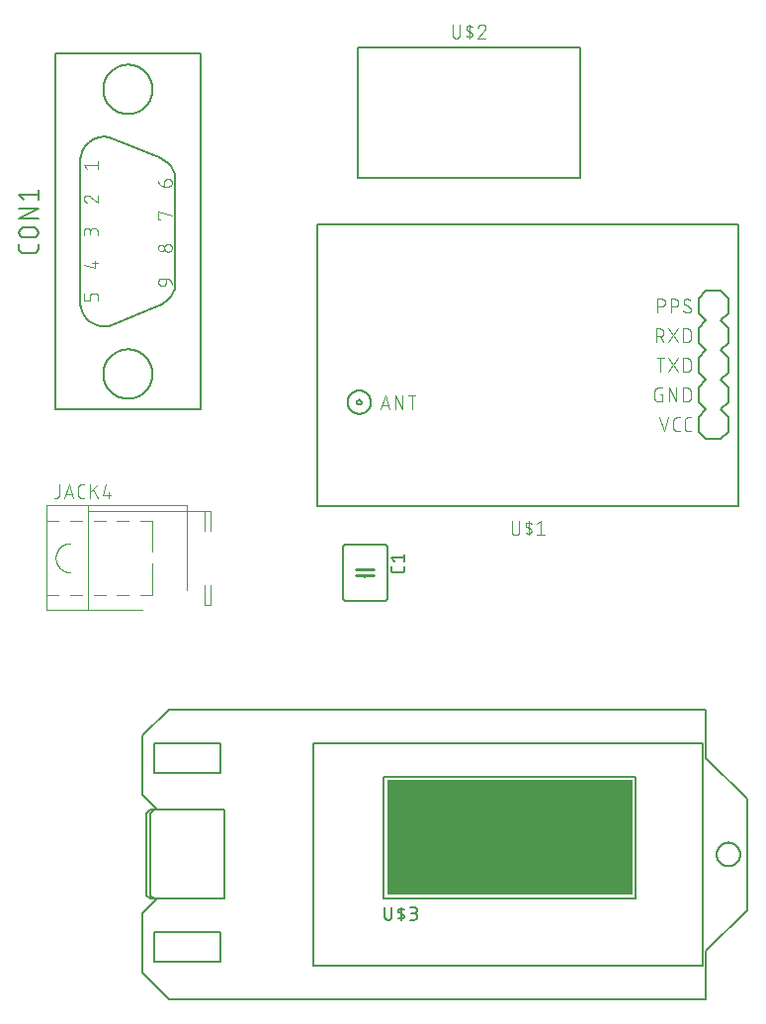
<source format=gbr>
G04 EAGLE Gerber RS-274X export*
G75*
%MOMM*%
%FSLAX34Y34*%
%LPD*%
%INSilkscreen Top*%
%IPPOS*%
%AMOC8*
5,1,8,0,0,1.08239X$1,22.5*%
G01*
%ADD10C,0.152400*%
%ADD11C,0.254000*%
%ADD12C,0.127000*%
%ADD13C,0.101600*%
%ADD14C,0.100000*%
%ADD15R,20.955000X9.842500*%
%ADD16C,0.203200*%


D10*
X361950Y466090D02*
X361950Y422910D01*
X323850Y422910D02*
X323850Y466090D01*
X326390Y420370D02*
X359410Y420370D01*
X359410Y468630D02*
X326390Y468630D01*
X361950Y422910D02*
X361948Y422810D01*
X361942Y422711D01*
X361932Y422611D01*
X361919Y422513D01*
X361901Y422414D01*
X361880Y422317D01*
X361855Y422221D01*
X361826Y422125D01*
X361793Y422031D01*
X361757Y421938D01*
X361717Y421847D01*
X361673Y421757D01*
X361626Y421669D01*
X361576Y421583D01*
X361522Y421499D01*
X361465Y421417D01*
X361405Y421338D01*
X361341Y421260D01*
X361275Y421186D01*
X361206Y421114D01*
X361134Y421045D01*
X361060Y420979D01*
X360982Y420915D01*
X360903Y420855D01*
X360821Y420798D01*
X360737Y420744D01*
X360651Y420694D01*
X360563Y420647D01*
X360473Y420603D01*
X360382Y420563D01*
X360289Y420527D01*
X360195Y420494D01*
X360099Y420465D01*
X360003Y420440D01*
X359906Y420419D01*
X359807Y420401D01*
X359709Y420388D01*
X359609Y420378D01*
X359510Y420372D01*
X359410Y420370D01*
X361950Y466090D02*
X361948Y466190D01*
X361942Y466289D01*
X361932Y466389D01*
X361919Y466487D01*
X361901Y466586D01*
X361880Y466683D01*
X361855Y466779D01*
X361826Y466875D01*
X361793Y466969D01*
X361757Y467062D01*
X361717Y467153D01*
X361673Y467243D01*
X361626Y467331D01*
X361576Y467417D01*
X361522Y467501D01*
X361465Y467583D01*
X361405Y467662D01*
X361341Y467740D01*
X361275Y467814D01*
X361206Y467886D01*
X361134Y467955D01*
X361060Y468021D01*
X360982Y468085D01*
X360903Y468145D01*
X360821Y468202D01*
X360737Y468256D01*
X360651Y468306D01*
X360563Y468353D01*
X360473Y468397D01*
X360382Y468437D01*
X360289Y468473D01*
X360195Y468506D01*
X360099Y468535D01*
X360003Y468560D01*
X359906Y468581D01*
X359807Y468599D01*
X359709Y468612D01*
X359609Y468622D01*
X359510Y468628D01*
X359410Y468630D01*
X323850Y422910D02*
X323852Y422810D01*
X323858Y422711D01*
X323868Y422611D01*
X323881Y422513D01*
X323899Y422414D01*
X323920Y422317D01*
X323945Y422221D01*
X323974Y422125D01*
X324007Y422031D01*
X324043Y421938D01*
X324083Y421847D01*
X324127Y421757D01*
X324174Y421669D01*
X324224Y421583D01*
X324278Y421499D01*
X324335Y421417D01*
X324395Y421338D01*
X324459Y421260D01*
X324525Y421186D01*
X324594Y421114D01*
X324666Y421045D01*
X324740Y420979D01*
X324818Y420915D01*
X324897Y420855D01*
X324979Y420798D01*
X325063Y420744D01*
X325149Y420694D01*
X325237Y420647D01*
X325327Y420603D01*
X325418Y420563D01*
X325511Y420527D01*
X325605Y420494D01*
X325701Y420465D01*
X325797Y420440D01*
X325894Y420419D01*
X325993Y420401D01*
X326091Y420388D01*
X326191Y420378D01*
X326290Y420372D01*
X326390Y420370D01*
X323850Y466090D02*
X323852Y466190D01*
X323858Y466289D01*
X323868Y466389D01*
X323881Y466487D01*
X323899Y466586D01*
X323920Y466683D01*
X323945Y466779D01*
X323974Y466875D01*
X324007Y466969D01*
X324043Y467062D01*
X324083Y467153D01*
X324127Y467243D01*
X324174Y467331D01*
X324224Y467417D01*
X324278Y467501D01*
X324335Y467583D01*
X324395Y467662D01*
X324459Y467740D01*
X324525Y467814D01*
X324594Y467886D01*
X324666Y467955D01*
X324740Y468021D01*
X324818Y468085D01*
X324897Y468145D01*
X324979Y468202D01*
X325063Y468256D01*
X325149Y468306D01*
X325237Y468353D01*
X325327Y468397D01*
X325418Y468437D01*
X325511Y468473D01*
X325605Y468506D01*
X325701Y468535D01*
X325797Y468560D01*
X325894Y468581D01*
X325993Y468599D01*
X326091Y468612D01*
X326191Y468622D01*
X326290Y468628D01*
X326390Y468630D01*
X342900Y441960D02*
X342900Y440690D01*
D11*
X342900Y441960D02*
X350520Y441960D01*
X342900Y441960D02*
X335280Y441960D01*
X342900Y447040D02*
X350520Y447040D01*
X342900Y447040D02*
X335280Y447040D01*
D10*
X342900Y447040D02*
X342900Y448310D01*
D12*
X376555Y449543D02*
X376555Y447003D01*
X376553Y446903D01*
X376547Y446804D01*
X376537Y446704D01*
X376524Y446606D01*
X376506Y446507D01*
X376485Y446410D01*
X376460Y446314D01*
X376431Y446218D01*
X376398Y446124D01*
X376362Y446031D01*
X376322Y445940D01*
X376278Y445850D01*
X376231Y445762D01*
X376181Y445676D01*
X376127Y445592D01*
X376070Y445510D01*
X376010Y445431D01*
X375946Y445353D01*
X375880Y445279D01*
X375811Y445207D01*
X375739Y445138D01*
X375665Y445072D01*
X375587Y445008D01*
X375508Y444948D01*
X375426Y444891D01*
X375342Y444837D01*
X375256Y444787D01*
X375168Y444740D01*
X375078Y444696D01*
X374987Y444656D01*
X374894Y444620D01*
X374800Y444587D01*
X374704Y444558D01*
X374608Y444533D01*
X374511Y444512D01*
X374412Y444494D01*
X374314Y444481D01*
X374214Y444471D01*
X374115Y444465D01*
X374015Y444463D01*
X367665Y444463D01*
X367565Y444465D01*
X367466Y444471D01*
X367366Y444481D01*
X367268Y444494D01*
X367169Y444512D01*
X367072Y444533D01*
X366976Y444558D01*
X366880Y444587D01*
X366786Y444620D01*
X366693Y444656D01*
X366602Y444696D01*
X366512Y444740D01*
X366424Y444787D01*
X366338Y444837D01*
X366254Y444891D01*
X366172Y444948D01*
X366093Y445008D01*
X366015Y445072D01*
X365941Y445138D01*
X365869Y445207D01*
X365800Y445279D01*
X365734Y445353D01*
X365670Y445431D01*
X365610Y445510D01*
X365553Y445592D01*
X365499Y445676D01*
X365449Y445762D01*
X365402Y445850D01*
X365358Y445940D01*
X365318Y446031D01*
X365282Y446124D01*
X365249Y446218D01*
X365220Y446314D01*
X365195Y446410D01*
X365174Y446507D01*
X365156Y446606D01*
X365143Y446704D01*
X365133Y446804D01*
X365127Y446903D01*
X365125Y447003D01*
X365125Y449543D01*
X367665Y454025D02*
X365125Y457200D01*
X376555Y457200D01*
X376555Y454025D02*
X376555Y460375D01*
X201930Y889000D02*
X77470Y889000D01*
X201930Y889000D02*
X201930Y584200D01*
X77470Y584200D01*
X77470Y889000D01*
X180340Y781050D02*
X180340Y692150D01*
X99060Y674370D02*
X99060Y798830D01*
X125730Y816610D02*
X166370Y800100D01*
X176530Y792480D02*
X179070Y787400D01*
X176530Y792480D02*
X173990Y795020D01*
X168910Y798830D01*
X166370Y800100D01*
X180086Y783082D02*
X180340Y781050D01*
X180086Y783082D02*
X179578Y785876D01*
X179070Y787400D01*
X125730Y816610D02*
X122936Y817372D01*
X119380Y817880D01*
X115316Y817372D01*
X110998Y816102D01*
X106680Y813308D01*
X103886Y810768D01*
X101346Y806958D01*
X100076Y804672D01*
X99314Y801624D01*
X99060Y798830D01*
X166370Y673100D02*
X125730Y656590D01*
X176530Y680720D02*
X179070Y685800D01*
X176530Y680720D02*
X173990Y678180D01*
X168910Y674370D01*
X166370Y673100D01*
X180086Y690118D02*
X180340Y692150D01*
X180086Y690118D02*
X179578Y687324D01*
X179070Y685800D01*
X125730Y656590D02*
X122936Y655828D01*
X119380Y655320D01*
X115316Y655828D01*
X110998Y657098D01*
X106680Y659892D01*
X103886Y662432D01*
X101346Y666242D01*
X100076Y668528D01*
X99314Y671576D01*
X99060Y674370D01*
X118618Y614680D02*
X118624Y615197D01*
X118643Y615714D01*
X118675Y616231D01*
X118720Y616746D01*
X118777Y617261D01*
X118846Y617773D01*
X118928Y618284D01*
X119023Y618793D01*
X119130Y619299D01*
X119250Y619803D01*
X119382Y620303D01*
X119526Y620800D01*
X119682Y621293D01*
X119850Y621782D01*
X120031Y622267D01*
X120223Y622748D01*
X120427Y623223D01*
X120642Y623694D01*
X120869Y624159D01*
X121107Y624618D01*
X121357Y625071D01*
X121617Y625518D01*
X121889Y625959D01*
X122171Y626393D01*
X122464Y626819D01*
X122767Y627239D01*
X123080Y627650D01*
X123403Y628054D01*
X123737Y628450D01*
X124079Y628838D01*
X124431Y629217D01*
X124793Y629587D01*
X125163Y629949D01*
X125542Y630301D01*
X125930Y630643D01*
X126326Y630977D01*
X126730Y631300D01*
X127141Y631613D01*
X127561Y631916D01*
X127987Y632209D01*
X128421Y632491D01*
X128862Y632763D01*
X129309Y633023D01*
X129762Y633273D01*
X130221Y633511D01*
X130686Y633738D01*
X131157Y633953D01*
X131632Y634157D01*
X132113Y634349D01*
X132598Y634530D01*
X133087Y634698D01*
X133580Y634854D01*
X134077Y634998D01*
X134577Y635130D01*
X135081Y635250D01*
X135587Y635357D01*
X136096Y635452D01*
X136607Y635534D01*
X137119Y635603D01*
X137634Y635660D01*
X138149Y635705D01*
X138666Y635737D01*
X139183Y635756D01*
X139700Y635762D01*
X140217Y635756D01*
X140734Y635737D01*
X141251Y635705D01*
X141766Y635660D01*
X142281Y635603D01*
X142793Y635534D01*
X143304Y635452D01*
X143813Y635357D01*
X144319Y635250D01*
X144823Y635130D01*
X145323Y634998D01*
X145820Y634854D01*
X146313Y634698D01*
X146802Y634530D01*
X147287Y634349D01*
X147768Y634157D01*
X148243Y633953D01*
X148714Y633738D01*
X149179Y633511D01*
X149638Y633273D01*
X150091Y633023D01*
X150538Y632763D01*
X150979Y632491D01*
X151413Y632209D01*
X151839Y631916D01*
X152259Y631613D01*
X152670Y631300D01*
X153074Y630977D01*
X153470Y630643D01*
X153858Y630301D01*
X154237Y629949D01*
X154607Y629587D01*
X154969Y629217D01*
X155321Y628838D01*
X155663Y628450D01*
X155997Y628054D01*
X156320Y627650D01*
X156633Y627239D01*
X156936Y626819D01*
X157229Y626393D01*
X157511Y625959D01*
X157783Y625518D01*
X158043Y625071D01*
X158293Y624618D01*
X158531Y624159D01*
X158758Y623694D01*
X158973Y623223D01*
X159177Y622748D01*
X159369Y622267D01*
X159550Y621782D01*
X159718Y621293D01*
X159874Y620800D01*
X160018Y620303D01*
X160150Y619803D01*
X160270Y619299D01*
X160377Y618793D01*
X160472Y618284D01*
X160554Y617773D01*
X160623Y617261D01*
X160680Y616746D01*
X160725Y616231D01*
X160757Y615714D01*
X160776Y615197D01*
X160782Y614680D01*
X160776Y614163D01*
X160757Y613646D01*
X160725Y613129D01*
X160680Y612614D01*
X160623Y612099D01*
X160554Y611587D01*
X160472Y611076D01*
X160377Y610567D01*
X160270Y610061D01*
X160150Y609557D01*
X160018Y609057D01*
X159874Y608560D01*
X159718Y608067D01*
X159550Y607578D01*
X159369Y607093D01*
X159177Y606612D01*
X158973Y606137D01*
X158758Y605666D01*
X158531Y605201D01*
X158293Y604742D01*
X158043Y604289D01*
X157783Y603842D01*
X157511Y603401D01*
X157229Y602967D01*
X156936Y602541D01*
X156633Y602121D01*
X156320Y601710D01*
X155997Y601306D01*
X155663Y600910D01*
X155321Y600522D01*
X154969Y600143D01*
X154607Y599773D01*
X154237Y599411D01*
X153858Y599059D01*
X153470Y598717D01*
X153074Y598383D01*
X152670Y598060D01*
X152259Y597747D01*
X151839Y597444D01*
X151413Y597151D01*
X150979Y596869D01*
X150538Y596597D01*
X150091Y596337D01*
X149638Y596087D01*
X149179Y595849D01*
X148714Y595622D01*
X148243Y595407D01*
X147768Y595203D01*
X147287Y595011D01*
X146802Y594830D01*
X146313Y594662D01*
X145820Y594506D01*
X145323Y594362D01*
X144823Y594230D01*
X144319Y594110D01*
X143813Y594003D01*
X143304Y593908D01*
X142793Y593826D01*
X142281Y593757D01*
X141766Y593700D01*
X141251Y593655D01*
X140734Y593623D01*
X140217Y593604D01*
X139700Y593598D01*
X139183Y593604D01*
X138666Y593623D01*
X138149Y593655D01*
X137634Y593700D01*
X137119Y593757D01*
X136607Y593826D01*
X136096Y593908D01*
X135587Y594003D01*
X135081Y594110D01*
X134577Y594230D01*
X134077Y594362D01*
X133580Y594506D01*
X133087Y594662D01*
X132598Y594830D01*
X132113Y595011D01*
X131632Y595203D01*
X131157Y595407D01*
X130686Y595622D01*
X130221Y595849D01*
X129762Y596087D01*
X129309Y596337D01*
X128862Y596597D01*
X128421Y596869D01*
X127987Y597151D01*
X127561Y597444D01*
X127141Y597747D01*
X126730Y598060D01*
X126326Y598383D01*
X125930Y598717D01*
X125542Y599059D01*
X125163Y599411D01*
X124793Y599773D01*
X124431Y600143D01*
X124079Y600522D01*
X123737Y600910D01*
X123403Y601306D01*
X123080Y601710D01*
X122767Y602121D01*
X122464Y602541D01*
X122171Y602967D01*
X121889Y603401D01*
X121617Y603842D01*
X121357Y604289D01*
X121107Y604742D01*
X120869Y605201D01*
X120642Y605666D01*
X120427Y606137D01*
X120223Y606612D01*
X120031Y607093D01*
X119850Y607578D01*
X119682Y608067D01*
X119526Y608560D01*
X119382Y609057D01*
X119250Y609557D01*
X119130Y610061D01*
X119023Y610567D01*
X118928Y611076D01*
X118846Y611587D01*
X118777Y612099D01*
X118720Y612614D01*
X118675Y613129D01*
X118643Y613646D01*
X118624Y614163D01*
X118618Y614680D01*
X118618Y858520D02*
X118624Y859037D01*
X118643Y859554D01*
X118675Y860071D01*
X118720Y860586D01*
X118777Y861101D01*
X118846Y861613D01*
X118928Y862124D01*
X119023Y862633D01*
X119130Y863139D01*
X119250Y863643D01*
X119382Y864143D01*
X119526Y864640D01*
X119682Y865133D01*
X119850Y865622D01*
X120031Y866107D01*
X120223Y866588D01*
X120427Y867063D01*
X120642Y867534D01*
X120869Y867999D01*
X121107Y868458D01*
X121357Y868911D01*
X121617Y869358D01*
X121889Y869799D01*
X122171Y870233D01*
X122464Y870659D01*
X122767Y871079D01*
X123080Y871490D01*
X123403Y871894D01*
X123737Y872290D01*
X124079Y872678D01*
X124431Y873057D01*
X124793Y873427D01*
X125163Y873789D01*
X125542Y874141D01*
X125930Y874483D01*
X126326Y874817D01*
X126730Y875140D01*
X127141Y875453D01*
X127561Y875756D01*
X127987Y876049D01*
X128421Y876331D01*
X128862Y876603D01*
X129309Y876863D01*
X129762Y877113D01*
X130221Y877351D01*
X130686Y877578D01*
X131157Y877793D01*
X131632Y877997D01*
X132113Y878189D01*
X132598Y878370D01*
X133087Y878538D01*
X133580Y878694D01*
X134077Y878838D01*
X134577Y878970D01*
X135081Y879090D01*
X135587Y879197D01*
X136096Y879292D01*
X136607Y879374D01*
X137119Y879443D01*
X137634Y879500D01*
X138149Y879545D01*
X138666Y879577D01*
X139183Y879596D01*
X139700Y879602D01*
X140217Y879596D01*
X140734Y879577D01*
X141251Y879545D01*
X141766Y879500D01*
X142281Y879443D01*
X142793Y879374D01*
X143304Y879292D01*
X143813Y879197D01*
X144319Y879090D01*
X144823Y878970D01*
X145323Y878838D01*
X145820Y878694D01*
X146313Y878538D01*
X146802Y878370D01*
X147287Y878189D01*
X147768Y877997D01*
X148243Y877793D01*
X148714Y877578D01*
X149179Y877351D01*
X149638Y877113D01*
X150091Y876863D01*
X150538Y876603D01*
X150979Y876331D01*
X151413Y876049D01*
X151839Y875756D01*
X152259Y875453D01*
X152670Y875140D01*
X153074Y874817D01*
X153470Y874483D01*
X153858Y874141D01*
X154237Y873789D01*
X154607Y873427D01*
X154969Y873057D01*
X155321Y872678D01*
X155663Y872290D01*
X155997Y871894D01*
X156320Y871490D01*
X156633Y871079D01*
X156936Y870659D01*
X157229Y870233D01*
X157511Y869799D01*
X157783Y869358D01*
X158043Y868911D01*
X158293Y868458D01*
X158531Y867999D01*
X158758Y867534D01*
X158973Y867063D01*
X159177Y866588D01*
X159369Y866107D01*
X159550Y865622D01*
X159718Y865133D01*
X159874Y864640D01*
X160018Y864143D01*
X160150Y863643D01*
X160270Y863139D01*
X160377Y862633D01*
X160472Y862124D01*
X160554Y861613D01*
X160623Y861101D01*
X160680Y860586D01*
X160725Y860071D01*
X160757Y859554D01*
X160776Y859037D01*
X160782Y858520D01*
X160776Y858003D01*
X160757Y857486D01*
X160725Y856969D01*
X160680Y856454D01*
X160623Y855939D01*
X160554Y855427D01*
X160472Y854916D01*
X160377Y854407D01*
X160270Y853901D01*
X160150Y853397D01*
X160018Y852897D01*
X159874Y852400D01*
X159718Y851907D01*
X159550Y851418D01*
X159369Y850933D01*
X159177Y850452D01*
X158973Y849977D01*
X158758Y849506D01*
X158531Y849041D01*
X158293Y848582D01*
X158043Y848129D01*
X157783Y847682D01*
X157511Y847241D01*
X157229Y846807D01*
X156936Y846381D01*
X156633Y845961D01*
X156320Y845550D01*
X155997Y845146D01*
X155663Y844750D01*
X155321Y844362D01*
X154969Y843983D01*
X154607Y843613D01*
X154237Y843251D01*
X153858Y842899D01*
X153470Y842557D01*
X153074Y842223D01*
X152670Y841900D01*
X152259Y841587D01*
X151839Y841284D01*
X151413Y840991D01*
X150979Y840709D01*
X150538Y840437D01*
X150091Y840177D01*
X149638Y839927D01*
X149179Y839689D01*
X148714Y839462D01*
X148243Y839247D01*
X147768Y839043D01*
X147287Y838851D01*
X146802Y838670D01*
X146313Y838502D01*
X145820Y838346D01*
X145323Y838202D01*
X144823Y838070D01*
X144319Y837950D01*
X143813Y837843D01*
X143304Y837748D01*
X142793Y837666D01*
X142281Y837597D01*
X141766Y837540D01*
X141251Y837495D01*
X140734Y837463D01*
X140217Y837444D01*
X139700Y837438D01*
X139183Y837444D01*
X138666Y837463D01*
X138149Y837495D01*
X137634Y837540D01*
X137119Y837597D01*
X136607Y837666D01*
X136096Y837748D01*
X135587Y837843D01*
X135081Y837950D01*
X134577Y838070D01*
X134077Y838202D01*
X133580Y838346D01*
X133087Y838502D01*
X132598Y838670D01*
X132113Y838851D01*
X131632Y839043D01*
X131157Y839247D01*
X130686Y839462D01*
X130221Y839689D01*
X129762Y839927D01*
X129309Y840177D01*
X128862Y840437D01*
X128421Y840709D01*
X127987Y840991D01*
X127561Y841284D01*
X127141Y841587D01*
X126730Y841900D01*
X126326Y842223D01*
X125930Y842557D01*
X125542Y842899D01*
X125163Y843251D01*
X124793Y843613D01*
X124431Y843983D01*
X124079Y844362D01*
X123737Y844750D01*
X123403Y845146D01*
X123080Y845550D01*
X122767Y845961D01*
X122464Y846381D01*
X122171Y846807D01*
X121889Y847241D01*
X121617Y847682D01*
X121357Y848129D01*
X121107Y848582D01*
X120869Y849041D01*
X120642Y849506D01*
X120427Y849977D01*
X120223Y850452D01*
X120031Y850933D01*
X119850Y851418D01*
X119682Y851907D01*
X119526Y852400D01*
X119382Y852897D01*
X119250Y853397D01*
X119130Y853901D01*
X119023Y854407D01*
X118928Y854916D01*
X118846Y855427D01*
X118777Y855939D01*
X118720Y856454D01*
X118675Y856969D01*
X118643Y857486D01*
X118624Y858003D01*
X118618Y858520D01*
D13*
X102108Y793694D02*
X104704Y790448D01*
X102108Y793694D02*
X113792Y793694D01*
X113792Y796939D02*
X113792Y790448D01*
X105029Y767729D02*
X104922Y767727D01*
X104816Y767721D01*
X104710Y767711D01*
X104604Y767698D01*
X104498Y767680D01*
X104394Y767659D01*
X104290Y767634D01*
X104187Y767605D01*
X104086Y767573D01*
X103986Y767536D01*
X103887Y767496D01*
X103789Y767453D01*
X103693Y767406D01*
X103599Y767355D01*
X103507Y767301D01*
X103417Y767244D01*
X103329Y767184D01*
X103244Y767120D01*
X103161Y767053D01*
X103080Y766983D01*
X103002Y766911D01*
X102926Y766835D01*
X102854Y766757D01*
X102784Y766676D01*
X102717Y766593D01*
X102653Y766508D01*
X102593Y766420D01*
X102536Y766330D01*
X102482Y766238D01*
X102431Y766144D01*
X102384Y766048D01*
X102341Y765950D01*
X102301Y765851D01*
X102264Y765751D01*
X102232Y765650D01*
X102203Y765547D01*
X102178Y765443D01*
X102157Y765339D01*
X102139Y765233D01*
X102126Y765127D01*
X102116Y765021D01*
X102110Y764915D01*
X102108Y764808D01*
X102110Y764687D01*
X102116Y764566D01*
X102126Y764446D01*
X102139Y764325D01*
X102157Y764206D01*
X102178Y764086D01*
X102203Y763968D01*
X102232Y763851D01*
X102265Y763734D01*
X102301Y763619D01*
X102342Y763505D01*
X102385Y763392D01*
X102433Y763280D01*
X102484Y763171D01*
X102539Y763063D01*
X102597Y762956D01*
X102658Y762852D01*
X102723Y762750D01*
X102791Y762650D01*
X102862Y762552D01*
X102936Y762456D01*
X103013Y762363D01*
X103094Y762273D01*
X103177Y762185D01*
X103263Y762100D01*
X103352Y762017D01*
X103443Y761938D01*
X103537Y761861D01*
X103633Y761788D01*
X103731Y761718D01*
X103832Y761651D01*
X103935Y761587D01*
X104040Y761527D01*
X104147Y761469D01*
X104255Y761416D01*
X104365Y761366D01*
X104477Y761320D01*
X104590Y761277D01*
X104705Y761238D01*
X107301Y766755D02*
X107223Y766834D01*
X107143Y766910D01*
X107060Y766983D01*
X106974Y767053D01*
X106887Y767120D01*
X106796Y767184D01*
X106704Y767244D01*
X106610Y767302D01*
X106513Y767356D01*
X106415Y767406D01*
X106315Y767453D01*
X106214Y767497D01*
X106111Y767537D01*
X106006Y767573D01*
X105901Y767605D01*
X105794Y767634D01*
X105687Y767659D01*
X105578Y767681D01*
X105469Y767698D01*
X105360Y767712D01*
X105250Y767721D01*
X105139Y767727D01*
X105029Y767729D01*
X107301Y766755D02*
X113792Y761238D01*
X113792Y767729D01*
X113792Y736544D02*
X113792Y733298D01*
X113792Y736544D02*
X113790Y736657D01*
X113784Y736770D01*
X113774Y736883D01*
X113760Y736996D01*
X113743Y737108D01*
X113721Y737219D01*
X113696Y737329D01*
X113666Y737439D01*
X113633Y737547D01*
X113596Y737654D01*
X113556Y737760D01*
X113511Y737864D01*
X113463Y737967D01*
X113412Y738068D01*
X113357Y738167D01*
X113299Y738264D01*
X113237Y738359D01*
X113172Y738452D01*
X113104Y738542D01*
X113033Y738630D01*
X112958Y738716D01*
X112881Y738799D01*
X112801Y738879D01*
X112718Y738956D01*
X112632Y739031D01*
X112544Y739102D01*
X112454Y739170D01*
X112361Y739235D01*
X112266Y739297D01*
X112169Y739355D01*
X112070Y739410D01*
X111969Y739461D01*
X111866Y739509D01*
X111762Y739554D01*
X111656Y739594D01*
X111549Y739631D01*
X111441Y739664D01*
X111331Y739694D01*
X111221Y739719D01*
X111110Y739741D01*
X110998Y739758D01*
X110885Y739772D01*
X110772Y739782D01*
X110659Y739788D01*
X110546Y739790D01*
X110433Y739788D01*
X110320Y739782D01*
X110207Y739772D01*
X110094Y739758D01*
X109982Y739741D01*
X109871Y739719D01*
X109761Y739694D01*
X109651Y739664D01*
X109543Y739631D01*
X109436Y739594D01*
X109330Y739554D01*
X109226Y739509D01*
X109123Y739461D01*
X109022Y739410D01*
X108923Y739355D01*
X108826Y739297D01*
X108731Y739235D01*
X108638Y739170D01*
X108548Y739102D01*
X108460Y739031D01*
X108374Y738956D01*
X108291Y738879D01*
X108211Y738799D01*
X108134Y738716D01*
X108059Y738630D01*
X107988Y738542D01*
X107920Y738452D01*
X107855Y738359D01*
X107793Y738264D01*
X107735Y738167D01*
X107680Y738068D01*
X107629Y737967D01*
X107581Y737864D01*
X107536Y737760D01*
X107496Y737654D01*
X107459Y737547D01*
X107426Y737439D01*
X107396Y737329D01*
X107371Y737219D01*
X107349Y737108D01*
X107332Y736996D01*
X107318Y736883D01*
X107308Y736770D01*
X107302Y736657D01*
X107300Y736544D01*
X102108Y737193D02*
X102108Y733298D01*
X102108Y737193D02*
X102110Y737294D01*
X102116Y737394D01*
X102126Y737494D01*
X102139Y737594D01*
X102157Y737693D01*
X102178Y737792D01*
X102203Y737889D01*
X102232Y737986D01*
X102265Y738081D01*
X102301Y738175D01*
X102341Y738267D01*
X102384Y738358D01*
X102431Y738447D01*
X102481Y738534D01*
X102535Y738620D01*
X102592Y738703D01*
X102652Y738783D01*
X102715Y738862D01*
X102782Y738938D01*
X102851Y739011D01*
X102923Y739081D01*
X102997Y739149D01*
X103074Y739214D01*
X103154Y739275D01*
X103236Y739334D01*
X103320Y739389D01*
X103406Y739441D01*
X103494Y739490D01*
X103584Y739535D01*
X103676Y739577D01*
X103769Y739615D01*
X103864Y739649D01*
X103959Y739680D01*
X104056Y739707D01*
X104154Y739730D01*
X104253Y739750D01*
X104353Y739765D01*
X104453Y739777D01*
X104553Y739785D01*
X104654Y739789D01*
X104754Y739789D01*
X104855Y739785D01*
X104955Y739777D01*
X105055Y739765D01*
X105155Y739750D01*
X105254Y739730D01*
X105352Y739707D01*
X105449Y739680D01*
X105544Y739649D01*
X105639Y739615D01*
X105732Y739577D01*
X105824Y739535D01*
X105914Y739490D01*
X106002Y739441D01*
X106088Y739389D01*
X106172Y739334D01*
X106254Y739275D01*
X106334Y739214D01*
X106411Y739149D01*
X106485Y739081D01*
X106557Y739011D01*
X106626Y738938D01*
X106693Y738862D01*
X106756Y738783D01*
X106816Y738703D01*
X106873Y738620D01*
X106927Y738534D01*
X106977Y738447D01*
X107024Y738358D01*
X107067Y738267D01*
X107107Y738175D01*
X107143Y738081D01*
X107176Y737986D01*
X107205Y737889D01*
X107230Y737792D01*
X107251Y737693D01*
X107269Y737594D01*
X107282Y737494D01*
X107292Y737394D01*
X107298Y737294D01*
X107300Y737193D01*
X107301Y737193D02*
X107301Y734596D01*
X102108Y707954D02*
X111196Y705358D01*
X111196Y711849D01*
X108599Y709902D02*
X113792Y709902D01*
X113792Y681313D02*
X113792Y677418D01*
X113792Y681313D02*
X113790Y681412D01*
X113784Y681512D01*
X113775Y681611D01*
X113762Y681709D01*
X113745Y681807D01*
X113724Y681905D01*
X113699Y682001D01*
X113671Y682096D01*
X113639Y682190D01*
X113604Y682283D01*
X113565Y682375D01*
X113522Y682465D01*
X113477Y682553D01*
X113427Y682640D01*
X113375Y682724D01*
X113319Y682807D01*
X113261Y682887D01*
X113199Y682965D01*
X113134Y683040D01*
X113066Y683113D01*
X112996Y683183D01*
X112923Y683251D01*
X112848Y683316D01*
X112770Y683378D01*
X112690Y683436D01*
X112607Y683492D01*
X112523Y683544D01*
X112436Y683594D01*
X112348Y683639D01*
X112258Y683682D01*
X112166Y683721D01*
X112073Y683756D01*
X111979Y683788D01*
X111884Y683816D01*
X111788Y683841D01*
X111690Y683862D01*
X111592Y683879D01*
X111494Y683892D01*
X111395Y683901D01*
X111295Y683907D01*
X111196Y683909D01*
X109897Y683909D01*
X109798Y683907D01*
X109698Y683901D01*
X109599Y683892D01*
X109501Y683879D01*
X109403Y683862D01*
X109305Y683841D01*
X109209Y683816D01*
X109114Y683788D01*
X109020Y683756D01*
X108927Y683721D01*
X108835Y683682D01*
X108745Y683639D01*
X108657Y683594D01*
X108570Y683544D01*
X108486Y683492D01*
X108403Y683436D01*
X108323Y683378D01*
X108245Y683316D01*
X108170Y683251D01*
X108097Y683183D01*
X108027Y683113D01*
X107959Y683040D01*
X107894Y682965D01*
X107832Y682887D01*
X107774Y682807D01*
X107718Y682724D01*
X107666Y682640D01*
X107616Y682553D01*
X107571Y682465D01*
X107528Y682375D01*
X107489Y682283D01*
X107454Y682190D01*
X107422Y682096D01*
X107394Y682001D01*
X107369Y681905D01*
X107348Y681807D01*
X107331Y681709D01*
X107318Y681611D01*
X107309Y681512D01*
X107303Y681412D01*
X107301Y681313D01*
X107301Y677418D01*
X102108Y677418D01*
X102108Y683909D01*
X170801Y775208D02*
X170801Y779103D01*
X170803Y779202D01*
X170809Y779302D01*
X170818Y779401D01*
X170831Y779499D01*
X170848Y779597D01*
X170869Y779695D01*
X170894Y779791D01*
X170922Y779886D01*
X170954Y779980D01*
X170989Y780073D01*
X171028Y780165D01*
X171071Y780255D01*
X171116Y780343D01*
X171166Y780430D01*
X171218Y780514D01*
X171274Y780597D01*
X171332Y780677D01*
X171394Y780755D01*
X171459Y780830D01*
X171527Y780903D01*
X171597Y780973D01*
X171670Y781041D01*
X171745Y781106D01*
X171823Y781168D01*
X171903Y781226D01*
X171986Y781282D01*
X172070Y781334D01*
X172157Y781384D01*
X172245Y781429D01*
X172335Y781472D01*
X172427Y781511D01*
X172520Y781546D01*
X172614Y781578D01*
X172709Y781606D01*
X172805Y781631D01*
X172903Y781652D01*
X173001Y781669D01*
X173099Y781682D01*
X173198Y781691D01*
X173298Y781697D01*
X173397Y781699D01*
X174046Y781699D01*
X174046Y781700D02*
X174159Y781698D01*
X174272Y781692D01*
X174385Y781682D01*
X174498Y781668D01*
X174610Y781651D01*
X174721Y781629D01*
X174831Y781604D01*
X174941Y781574D01*
X175049Y781541D01*
X175156Y781504D01*
X175262Y781464D01*
X175366Y781419D01*
X175469Y781371D01*
X175570Y781320D01*
X175669Y781265D01*
X175766Y781207D01*
X175861Y781145D01*
X175954Y781080D01*
X176044Y781012D01*
X176132Y780941D01*
X176218Y780866D01*
X176301Y780789D01*
X176381Y780709D01*
X176458Y780626D01*
X176533Y780540D01*
X176604Y780452D01*
X176672Y780362D01*
X176737Y780269D01*
X176799Y780174D01*
X176857Y780077D01*
X176912Y779978D01*
X176963Y779877D01*
X177011Y779774D01*
X177056Y779670D01*
X177096Y779564D01*
X177133Y779457D01*
X177166Y779349D01*
X177196Y779239D01*
X177221Y779129D01*
X177243Y779018D01*
X177260Y778906D01*
X177274Y778793D01*
X177284Y778680D01*
X177290Y778567D01*
X177292Y778454D01*
X177290Y778341D01*
X177284Y778228D01*
X177274Y778115D01*
X177260Y778002D01*
X177243Y777890D01*
X177221Y777779D01*
X177196Y777669D01*
X177166Y777559D01*
X177133Y777451D01*
X177096Y777344D01*
X177056Y777238D01*
X177011Y777134D01*
X176963Y777031D01*
X176912Y776930D01*
X176857Y776831D01*
X176799Y776734D01*
X176737Y776639D01*
X176672Y776546D01*
X176604Y776456D01*
X176533Y776368D01*
X176458Y776282D01*
X176381Y776199D01*
X176301Y776119D01*
X176218Y776042D01*
X176132Y775967D01*
X176044Y775896D01*
X175954Y775828D01*
X175861Y775763D01*
X175766Y775701D01*
X175669Y775643D01*
X175570Y775588D01*
X175469Y775537D01*
X175366Y775489D01*
X175262Y775444D01*
X175156Y775404D01*
X175049Y775367D01*
X174941Y775334D01*
X174831Y775304D01*
X174721Y775279D01*
X174610Y775257D01*
X174498Y775240D01*
X174385Y775226D01*
X174272Y775216D01*
X174159Y775210D01*
X174046Y775208D01*
X170801Y775208D01*
X170658Y775210D01*
X170515Y775216D01*
X170372Y775226D01*
X170230Y775240D01*
X170088Y775257D01*
X169946Y775279D01*
X169805Y775304D01*
X169665Y775334D01*
X169526Y775367D01*
X169388Y775404D01*
X169251Y775445D01*
X169115Y775489D01*
X168980Y775538D01*
X168847Y775590D01*
X168715Y775645D01*
X168585Y775705D01*
X168456Y775768D01*
X168329Y775834D01*
X168205Y775904D01*
X168082Y775977D01*
X167961Y776054D01*
X167842Y776133D01*
X167726Y776217D01*
X167611Y776303D01*
X167500Y776392D01*
X167391Y776485D01*
X167284Y776580D01*
X167180Y776679D01*
X167079Y776780D01*
X166980Y776884D01*
X166885Y776990D01*
X166792Y777100D01*
X166703Y777211D01*
X166617Y777325D01*
X166534Y777442D01*
X166454Y777561D01*
X166377Y777682D01*
X166304Y777804D01*
X166234Y777929D01*
X166168Y778056D01*
X166105Y778185D01*
X166045Y778315D01*
X165990Y778447D01*
X165938Y778580D01*
X165889Y778715D01*
X165845Y778851D01*
X165804Y778988D01*
X165767Y779126D01*
X165734Y779265D01*
X165704Y779405D01*
X165679Y779546D01*
X165657Y779688D01*
X165640Y779830D01*
X165626Y779972D01*
X165616Y780115D01*
X165610Y780258D01*
X165608Y780401D01*
X165608Y747268D02*
X166906Y747268D01*
X165608Y747268D02*
X165608Y753759D01*
X177292Y750514D01*
X174046Y725820D02*
X173933Y725818D01*
X173820Y725812D01*
X173707Y725802D01*
X173594Y725788D01*
X173482Y725771D01*
X173371Y725749D01*
X173261Y725724D01*
X173151Y725694D01*
X173043Y725661D01*
X172936Y725624D01*
X172830Y725584D01*
X172726Y725539D01*
X172623Y725491D01*
X172522Y725440D01*
X172423Y725385D01*
X172326Y725327D01*
X172231Y725265D01*
X172138Y725200D01*
X172048Y725132D01*
X171960Y725061D01*
X171874Y724986D01*
X171791Y724909D01*
X171711Y724829D01*
X171634Y724746D01*
X171559Y724660D01*
X171488Y724572D01*
X171420Y724482D01*
X171355Y724389D01*
X171293Y724294D01*
X171235Y724197D01*
X171180Y724098D01*
X171129Y723997D01*
X171081Y723894D01*
X171036Y723790D01*
X170996Y723684D01*
X170959Y723577D01*
X170926Y723469D01*
X170896Y723359D01*
X170871Y723249D01*
X170849Y723138D01*
X170832Y723026D01*
X170818Y722913D01*
X170808Y722800D01*
X170802Y722687D01*
X170800Y722574D01*
X170802Y722461D01*
X170808Y722348D01*
X170818Y722235D01*
X170832Y722122D01*
X170849Y722010D01*
X170871Y721899D01*
X170896Y721789D01*
X170926Y721679D01*
X170959Y721571D01*
X170996Y721464D01*
X171036Y721358D01*
X171081Y721254D01*
X171129Y721151D01*
X171180Y721050D01*
X171235Y720951D01*
X171293Y720854D01*
X171355Y720759D01*
X171420Y720666D01*
X171488Y720576D01*
X171559Y720488D01*
X171634Y720402D01*
X171711Y720319D01*
X171791Y720239D01*
X171874Y720162D01*
X171960Y720087D01*
X172048Y720016D01*
X172138Y719948D01*
X172231Y719883D01*
X172326Y719821D01*
X172423Y719763D01*
X172522Y719708D01*
X172623Y719657D01*
X172726Y719609D01*
X172830Y719564D01*
X172936Y719524D01*
X173043Y719487D01*
X173151Y719454D01*
X173261Y719424D01*
X173371Y719399D01*
X173482Y719377D01*
X173594Y719360D01*
X173707Y719346D01*
X173820Y719336D01*
X173933Y719330D01*
X174046Y719328D01*
X174159Y719330D01*
X174272Y719336D01*
X174385Y719346D01*
X174498Y719360D01*
X174610Y719377D01*
X174721Y719399D01*
X174831Y719424D01*
X174941Y719454D01*
X175049Y719487D01*
X175156Y719524D01*
X175262Y719564D01*
X175366Y719609D01*
X175469Y719657D01*
X175570Y719708D01*
X175669Y719763D01*
X175766Y719821D01*
X175861Y719883D01*
X175954Y719948D01*
X176044Y720016D01*
X176132Y720087D01*
X176218Y720162D01*
X176301Y720239D01*
X176381Y720319D01*
X176458Y720402D01*
X176533Y720488D01*
X176604Y720576D01*
X176672Y720666D01*
X176737Y720759D01*
X176799Y720854D01*
X176857Y720951D01*
X176912Y721050D01*
X176963Y721151D01*
X177011Y721254D01*
X177056Y721358D01*
X177096Y721464D01*
X177133Y721571D01*
X177166Y721679D01*
X177196Y721789D01*
X177221Y721899D01*
X177243Y722010D01*
X177260Y722122D01*
X177274Y722235D01*
X177284Y722348D01*
X177290Y722461D01*
X177292Y722574D01*
X177290Y722687D01*
X177284Y722800D01*
X177274Y722913D01*
X177260Y723026D01*
X177243Y723138D01*
X177221Y723249D01*
X177196Y723359D01*
X177166Y723469D01*
X177133Y723577D01*
X177096Y723684D01*
X177056Y723790D01*
X177011Y723894D01*
X176963Y723997D01*
X176912Y724098D01*
X176857Y724197D01*
X176799Y724294D01*
X176737Y724389D01*
X176672Y724482D01*
X176604Y724572D01*
X176533Y724660D01*
X176458Y724746D01*
X176381Y724829D01*
X176301Y724909D01*
X176218Y724986D01*
X176132Y725061D01*
X176044Y725132D01*
X175954Y725200D01*
X175861Y725265D01*
X175766Y725327D01*
X175669Y725385D01*
X175570Y725440D01*
X175469Y725491D01*
X175366Y725539D01*
X175262Y725584D01*
X175156Y725624D01*
X175049Y725661D01*
X174941Y725694D01*
X174831Y725724D01*
X174721Y725749D01*
X174610Y725771D01*
X174498Y725788D01*
X174385Y725802D01*
X174272Y725812D01*
X174159Y725818D01*
X174046Y725820D01*
X168204Y725170D02*
X168103Y725168D01*
X168003Y725162D01*
X167903Y725152D01*
X167803Y725139D01*
X167704Y725121D01*
X167605Y725100D01*
X167508Y725075D01*
X167411Y725046D01*
X167316Y725013D01*
X167222Y724977D01*
X167130Y724937D01*
X167039Y724894D01*
X166950Y724847D01*
X166863Y724797D01*
X166777Y724743D01*
X166694Y724686D01*
X166614Y724626D01*
X166535Y724563D01*
X166459Y724496D01*
X166386Y724427D01*
X166316Y724355D01*
X166248Y724281D01*
X166183Y724204D01*
X166122Y724124D01*
X166063Y724042D01*
X166008Y723958D01*
X165956Y723872D01*
X165907Y723784D01*
X165862Y723694D01*
X165820Y723602D01*
X165782Y723509D01*
X165748Y723414D01*
X165717Y723319D01*
X165690Y723222D01*
X165667Y723124D01*
X165647Y723025D01*
X165632Y722925D01*
X165620Y722825D01*
X165612Y722725D01*
X165608Y722624D01*
X165608Y722524D01*
X165612Y722423D01*
X165620Y722323D01*
X165632Y722223D01*
X165647Y722123D01*
X165667Y722024D01*
X165690Y721926D01*
X165717Y721829D01*
X165748Y721734D01*
X165782Y721639D01*
X165820Y721546D01*
X165862Y721454D01*
X165907Y721364D01*
X165956Y721276D01*
X166008Y721190D01*
X166063Y721106D01*
X166122Y721024D01*
X166183Y720944D01*
X166248Y720867D01*
X166316Y720793D01*
X166386Y720721D01*
X166459Y720652D01*
X166535Y720585D01*
X166614Y720522D01*
X166694Y720462D01*
X166777Y720405D01*
X166863Y720351D01*
X166950Y720301D01*
X167039Y720254D01*
X167130Y720211D01*
X167222Y720171D01*
X167316Y720135D01*
X167411Y720102D01*
X167508Y720073D01*
X167605Y720048D01*
X167704Y720027D01*
X167803Y720009D01*
X167903Y719996D01*
X168003Y719986D01*
X168103Y719980D01*
X168204Y719978D01*
X168305Y719980D01*
X168405Y719986D01*
X168505Y719996D01*
X168605Y720009D01*
X168704Y720027D01*
X168803Y720048D01*
X168900Y720073D01*
X168997Y720102D01*
X169092Y720135D01*
X169186Y720171D01*
X169278Y720211D01*
X169369Y720254D01*
X169458Y720301D01*
X169545Y720351D01*
X169631Y720405D01*
X169714Y720462D01*
X169794Y720522D01*
X169873Y720585D01*
X169949Y720652D01*
X170022Y720721D01*
X170092Y720793D01*
X170160Y720867D01*
X170225Y720944D01*
X170286Y721024D01*
X170345Y721106D01*
X170400Y721190D01*
X170452Y721276D01*
X170501Y721364D01*
X170546Y721454D01*
X170588Y721546D01*
X170626Y721639D01*
X170660Y721734D01*
X170691Y721829D01*
X170718Y721926D01*
X170741Y722024D01*
X170761Y722123D01*
X170776Y722223D01*
X170788Y722323D01*
X170796Y722423D01*
X170800Y722524D01*
X170800Y722624D01*
X170796Y722725D01*
X170788Y722825D01*
X170776Y722925D01*
X170761Y723025D01*
X170741Y723124D01*
X170718Y723222D01*
X170691Y723319D01*
X170660Y723414D01*
X170626Y723509D01*
X170588Y723602D01*
X170546Y723694D01*
X170501Y723784D01*
X170452Y723872D01*
X170400Y723958D01*
X170345Y724042D01*
X170286Y724124D01*
X170225Y724204D01*
X170160Y724281D01*
X170092Y724355D01*
X170022Y724427D01*
X169949Y724496D01*
X169873Y724563D01*
X169794Y724626D01*
X169714Y724686D01*
X169631Y724743D01*
X169545Y724797D01*
X169458Y724847D01*
X169369Y724894D01*
X169278Y724937D01*
X169186Y724977D01*
X169092Y725013D01*
X168997Y725046D01*
X168900Y725075D01*
X168803Y725100D01*
X168704Y725121D01*
X168605Y725139D01*
X168505Y725152D01*
X168405Y725162D01*
X168305Y725168D01*
X168204Y725170D01*
X172099Y696609D02*
X172099Y692714D01*
X172097Y692615D01*
X172091Y692515D01*
X172082Y692416D01*
X172069Y692318D01*
X172052Y692220D01*
X172031Y692122D01*
X172006Y692026D01*
X171978Y691931D01*
X171946Y691837D01*
X171911Y691744D01*
X171872Y691652D01*
X171829Y691562D01*
X171784Y691474D01*
X171734Y691387D01*
X171682Y691303D01*
X171626Y691220D01*
X171568Y691140D01*
X171506Y691062D01*
X171441Y690987D01*
X171373Y690914D01*
X171303Y690844D01*
X171230Y690776D01*
X171155Y690711D01*
X171077Y690649D01*
X170997Y690591D01*
X170914Y690535D01*
X170830Y690483D01*
X170743Y690433D01*
X170655Y690388D01*
X170565Y690345D01*
X170473Y690306D01*
X170380Y690271D01*
X170286Y690239D01*
X170191Y690211D01*
X170095Y690186D01*
X169997Y690165D01*
X169899Y690148D01*
X169801Y690135D01*
X169702Y690126D01*
X169602Y690120D01*
X169503Y690118D01*
X168854Y690118D01*
X168741Y690120D01*
X168628Y690126D01*
X168515Y690136D01*
X168402Y690150D01*
X168290Y690167D01*
X168179Y690189D01*
X168069Y690214D01*
X167959Y690244D01*
X167851Y690277D01*
X167744Y690314D01*
X167638Y690354D01*
X167534Y690399D01*
X167431Y690447D01*
X167330Y690498D01*
X167231Y690553D01*
X167134Y690611D01*
X167039Y690673D01*
X166946Y690738D01*
X166856Y690806D01*
X166768Y690877D01*
X166682Y690952D01*
X166599Y691029D01*
X166519Y691109D01*
X166442Y691192D01*
X166367Y691278D01*
X166296Y691366D01*
X166228Y691456D01*
X166163Y691549D01*
X166101Y691644D01*
X166043Y691741D01*
X165988Y691840D01*
X165937Y691941D01*
X165889Y692044D01*
X165844Y692148D01*
X165804Y692254D01*
X165767Y692361D01*
X165734Y692469D01*
X165704Y692579D01*
X165679Y692689D01*
X165657Y692800D01*
X165640Y692912D01*
X165626Y693025D01*
X165616Y693138D01*
X165610Y693251D01*
X165608Y693364D01*
X165610Y693477D01*
X165616Y693590D01*
X165626Y693703D01*
X165640Y693816D01*
X165657Y693928D01*
X165679Y694039D01*
X165704Y694149D01*
X165734Y694259D01*
X165767Y694367D01*
X165804Y694474D01*
X165844Y694580D01*
X165889Y694684D01*
X165937Y694787D01*
X165988Y694888D01*
X166043Y694987D01*
X166101Y695084D01*
X166163Y695179D01*
X166228Y695272D01*
X166296Y695362D01*
X166367Y695450D01*
X166442Y695536D01*
X166519Y695619D01*
X166599Y695699D01*
X166682Y695776D01*
X166768Y695851D01*
X166856Y695922D01*
X166946Y695990D01*
X167039Y696055D01*
X167134Y696117D01*
X167231Y696175D01*
X167330Y696230D01*
X167431Y696281D01*
X167534Y696329D01*
X167638Y696374D01*
X167744Y696414D01*
X167851Y696451D01*
X167959Y696484D01*
X168069Y696514D01*
X168179Y696539D01*
X168290Y696561D01*
X168402Y696578D01*
X168515Y696592D01*
X168628Y696602D01*
X168741Y696608D01*
X168854Y696610D01*
X168854Y696609D02*
X172099Y696609D01*
X172242Y696607D01*
X172385Y696601D01*
X172528Y696591D01*
X172670Y696577D01*
X172812Y696560D01*
X172954Y696538D01*
X173095Y696513D01*
X173235Y696483D01*
X173374Y696450D01*
X173512Y696413D01*
X173649Y696372D01*
X173785Y696328D01*
X173920Y696279D01*
X174053Y696227D01*
X174185Y696172D01*
X174315Y696112D01*
X174444Y696049D01*
X174571Y695983D01*
X174696Y695913D01*
X174818Y695840D01*
X174939Y695763D01*
X175058Y695683D01*
X175174Y695600D01*
X175289Y695514D01*
X175400Y695425D01*
X175510Y695332D01*
X175616Y695237D01*
X175720Y695138D01*
X175821Y695037D01*
X175920Y694933D01*
X176015Y694827D01*
X176108Y694717D01*
X176197Y694606D01*
X176283Y694491D01*
X176366Y694375D01*
X176446Y694256D01*
X176523Y694135D01*
X176596Y694013D01*
X176666Y693888D01*
X176732Y693761D01*
X176795Y693632D01*
X176855Y693502D01*
X176910Y693370D01*
X176962Y693237D01*
X177011Y693102D01*
X177055Y692966D01*
X177096Y692829D01*
X177133Y692691D01*
X177166Y692552D01*
X177196Y692412D01*
X177221Y692271D01*
X177243Y692129D01*
X177260Y691987D01*
X177274Y691845D01*
X177284Y691702D01*
X177290Y691559D01*
X177292Y691416D01*
D10*
X62738Y721924D02*
X62738Y725537D01*
X62738Y721924D02*
X62736Y721806D01*
X62730Y721688D01*
X62721Y721570D01*
X62707Y721453D01*
X62690Y721336D01*
X62669Y721219D01*
X62644Y721104D01*
X62615Y720989D01*
X62582Y720875D01*
X62546Y720763D01*
X62506Y720652D01*
X62463Y720542D01*
X62416Y720433D01*
X62366Y720326D01*
X62311Y720221D01*
X62254Y720118D01*
X62193Y720017D01*
X62129Y719917D01*
X62062Y719820D01*
X61992Y719725D01*
X61918Y719633D01*
X61842Y719542D01*
X61762Y719455D01*
X61680Y719370D01*
X61595Y719288D01*
X61508Y719208D01*
X61417Y719132D01*
X61325Y719058D01*
X61230Y718988D01*
X61133Y718921D01*
X61033Y718857D01*
X60932Y718796D01*
X60829Y718739D01*
X60724Y718684D01*
X60617Y718634D01*
X60508Y718587D01*
X60398Y718544D01*
X60287Y718504D01*
X60175Y718468D01*
X60061Y718435D01*
X59946Y718406D01*
X59831Y718381D01*
X59714Y718360D01*
X59597Y718343D01*
X59480Y718329D01*
X59362Y718320D01*
X59244Y718314D01*
X59126Y718312D01*
X50094Y718312D01*
X49976Y718314D01*
X49858Y718320D01*
X49740Y718329D01*
X49622Y718343D01*
X49505Y718360D01*
X49389Y718381D01*
X49274Y718406D01*
X49159Y718435D01*
X49045Y718468D01*
X48933Y718504D01*
X48821Y718544D01*
X48711Y718587D01*
X48603Y718634D01*
X48496Y718685D01*
X48391Y718739D01*
X48288Y718796D01*
X48186Y718857D01*
X48087Y718921D01*
X47990Y718988D01*
X47895Y719059D01*
X47802Y719132D01*
X47712Y719209D01*
X47624Y719288D01*
X47539Y719370D01*
X47457Y719455D01*
X47378Y719543D01*
X47301Y719633D01*
X47228Y719726D01*
X47157Y719820D01*
X47090Y719918D01*
X47026Y720017D01*
X46965Y720118D01*
X46908Y720222D01*
X46854Y720327D01*
X46803Y720434D01*
X46756Y720542D01*
X46713Y720652D01*
X46673Y720764D01*
X46637Y720876D01*
X46604Y720990D01*
X46575Y721105D01*
X46550Y721220D01*
X46529Y721336D01*
X46512Y721453D01*
X46498Y721571D01*
X46489Y721689D01*
X46483Y721807D01*
X46481Y721925D01*
X46482Y721924D02*
X46482Y725537D01*
X50998Y731378D02*
X58222Y731378D01*
X50998Y731377D02*
X50865Y731379D01*
X50733Y731385D01*
X50601Y731395D01*
X50469Y731408D01*
X50337Y731426D01*
X50207Y731447D01*
X50076Y731472D01*
X49947Y731501D01*
X49819Y731534D01*
X49691Y731570D01*
X49565Y731610D01*
X49440Y731654D01*
X49316Y731702D01*
X49194Y731753D01*
X49073Y731808D01*
X48954Y731866D01*
X48836Y731928D01*
X48721Y731993D01*
X48607Y732062D01*
X48496Y732133D01*
X48387Y732209D01*
X48280Y732287D01*
X48175Y732368D01*
X48073Y732453D01*
X47973Y732540D01*
X47876Y732630D01*
X47781Y732723D01*
X47690Y732819D01*
X47601Y732917D01*
X47515Y733018D01*
X47432Y733122D01*
X47352Y733228D01*
X47276Y733336D01*
X47202Y733446D01*
X47132Y733559D01*
X47065Y733673D01*
X47002Y733790D01*
X46942Y733908D01*
X46885Y734028D01*
X46832Y734150D01*
X46783Y734273D01*
X46737Y734397D01*
X46695Y734523D01*
X46657Y734650D01*
X46622Y734778D01*
X46591Y734907D01*
X46564Y735036D01*
X46541Y735167D01*
X46521Y735298D01*
X46506Y735430D01*
X46494Y735562D01*
X46486Y735694D01*
X46482Y735827D01*
X46482Y735959D01*
X46486Y736092D01*
X46494Y736224D01*
X46506Y736356D01*
X46521Y736488D01*
X46541Y736619D01*
X46564Y736750D01*
X46591Y736879D01*
X46622Y737008D01*
X46657Y737136D01*
X46695Y737263D01*
X46737Y737389D01*
X46783Y737513D01*
X46832Y737636D01*
X46885Y737758D01*
X46942Y737878D01*
X47002Y737996D01*
X47065Y738113D01*
X47132Y738227D01*
X47202Y738340D01*
X47276Y738450D01*
X47352Y738558D01*
X47432Y738664D01*
X47515Y738768D01*
X47601Y738869D01*
X47690Y738967D01*
X47781Y739063D01*
X47876Y739156D01*
X47973Y739246D01*
X48073Y739333D01*
X48175Y739418D01*
X48280Y739499D01*
X48387Y739577D01*
X48496Y739653D01*
X48607Y739724D01*
X48721Y739793D01*
X48836Y739858D01*
X48954Y739920D01*
X49073Y739978D01*
X49194Y740033D01*
X49316Y740084D01*
X49440Y740132D01*
X49565Y740176D01*
X49691Y740216D01*
X49819Y740252D01*
X49947Y740285D01*
X50076Y740314D01*
X50207Y740339D01*
X50337Y740360D01*
X50469Y740378D01*
X50601Y740391D01*
X50733Y740401D01*
X50865Y740407D01*
X50998Y740409D01*
X58222Y740409D01*
X58355Y740407D01*
X58487Y740401D01*
X58619Y740391D01*
X58751Y740378D01*
X58883Y740360D01*
X59013Y740339D01*
X59144Y740314D01*
X59273Y740285D01*
X59401Y740252D01*
X59529Y740216D01*
X59655Y740176D01*
X59780Y740132D01*
X59904Y740084D01*
X60026Y740033D01*
X60147Y739978D01*
X60266Y739920D01*
X60384Y739858D01*
X60499Y739793D01*
X60613Y739724D01*
X60724Y739653D01*
X60833Y739577D01*
X60940Y739499D01*
X61045Y739418D01*
X61147Y739333D01*
X61247Y739246D01*
X61344Y739156D01*
X61439Y739063D01*
X61530Y738967D01*
X61619Y738869D01*
X61705Y738768D01*
X61788Y738664D01*
X61868Y738558D01*
X61944Y738450D01*
X62018Y738340D01*
X62088Y738227D01*
X62155Y738113D01*
X62218Y737996D01*
X62278Y737878D01*
X62335Y737758D01*
X62388Y737636D01*
X62437Y737513D01*
X62483Y737389D01*
X62525Y737263D01*
X62563Y737136D01*
X62598Y737008D01*
X62629Y736879D01*
X62656Y736750D01*
X62679Y736619D01*
X62699Y736488D01*
X62714Y736356D01*
X62726Y736224D01*
X62734Y736092D01*
X62738Y735959D01*
X62738Y735827D01*
X62734Y735694D01*
X62726Y735562D01*
X62714Y735430D01*
X62699Y735298D01*
X62679Y735167D01*
X62656Y735036D01*
X62629Y734907D01*
X62598Y734778D01*
X62563Y734650D01*
X62525Y734523D01*
X62483Y734397D01*
X62437Y734273D01*
X62388Y734150D01*
X62335Y734028D01*
X62278Y733908D01*
X62218Y733790D01*
X62155Y733673D01*
X62088Y733559D01*
X62018Y733446D01*
X61944Y733336D01*
X61868Y733228D01*
X61788Y733122D01*
X61705Y733018D01*
X61619Y732917D01*
X61530Y732819D01*
X61439Y732723D01*
X61344Y732630D01*
X61247Y732540D01*
X61147Y732453D01*
X61045Y732368D01*
X60940Y732287D01*
X60833Y732209D01*
X60724Y732133D01*
X60613Y732062D01*
X60499Y731993D01*
X60384Y731928D01*
X60266Y731866D01*
X60147Y731808D01*
X60026Y731753D01*
X59904Y731702D01*
X59780Y731654D01*
X59655Y731610D01*
X59529Y731570D01*
X59401Y731534D01*
X59273Y731501D01*
X59144Y731472D01*
X59013Y731447D01*
X58883Y731426D01*
X58751Y731408D01*
X58619Y731395D01*
X58487Y731385D01*
X58355Y731379D01*
X58222Y731377D01*
X62738Y747530D02*
X46482Y747530D01*
X62738Y756561D01*
X46482Y756561D01*
X50094Y763682D02*
X46482Y768198D01*
X62738Y768198D01*
X62738Y772713D02*
X62738Y763682D01*
D14*
X70300Y425200D02*
X70300Y412200D01*
X70300Y425200D02*
X70300Y489200D01*
X70300Y502200D01*
X105300Y497200D02*
X105300Y412200D01*
X105300Y497200D02*
X105300Y502200D01*
X105300Y497200D02*
X190300Y497200D01*
X190300Y502200D01*
X70300Y502200D01*
X190300Y497200D02*
X205300Y497200D01*
X210300Y497200D01*
X80300Y489200D02*
X70300Y489200D01*
X90300Y489200D02*
X100300Y489200D01*
X110300Y489200D02*
X120300Y489200D01*
X130300Y489200D02*
X140300Y489200D01*
X150300Y489200D02*
X160300Y489200D01*
X80300Y425200D02*
X70300Y425200D01*
X90300Y425200D02*
X100300Y425200D01*
X110300Y425200D02*
X120300Y425200D01*
X130300Y425200D02*
X140300Y425200D01*
X150300Y425200D02*
X160300Y425200D01*
X160300Y444700D01*
X160300Y452200D01*
X160300Y462200D02*
X160300Y469700D01*
X160300Y489200D01*
X90300Y469700D02*
X89996Y469696D01*
X89691Y469685D01*
X89388Y469667D01*
X89084Y469641D01*
X88782Y469607D01*
X88480Y469567D01*
X88179Y469519D01*
X87880Y469464D01*
X87582Y469401D01*
X87286Y469331D01*
X86991Y469254D01*
X86699Y469170D01*
X86408Y469079D01*
X86120Y468980D01*
X85835Y468875D01*
X85552Y468763D01*
X85271Y468644D01*
X84994Y468518D01*
X84720Y468386D01*
X84450Y468246D01*
X84182Y468101D01*
X83919Y467948D01*
X83659Y467790D01*
X83403Y467625D01*
X83151Y467454D01*
X82904Y467277D01*
X82660Y467094D01*
X82422Y466905D01*
X82188Y466710D01*
X81959Y466510D01*
X81734Y466304D01*
X81515Y466092D01*
X81301Y465876D01*
X81093Y465654D01*
X80889Y465428D01*
X80692Y465196D01*
X80500Y464960D01*
X80314Y464719D01*
X80134Y464473D01*
X79960Y464224D01*
X79792Y463970D01*
X79630Y463712D01*
X79475Y463450D01*
X79326Y463185D01*
X79183Y462916D01*
X79047Y462643D01*
X78918Y462368D01*
X78796Y462089D01*
X78680Y461807D01*
X78571Y461523D01*
X78470Y461236D01*
X78375Y460947D01*
X78287Y460655D01*
X78206Y460362D01*
X78133Y460066D01*
X78067Y459769D01*
X78008Y459470D01*
X77956Y459170D01*
X77912Y458869D01*
X77875Y458567D01*
X77845Y458264D01*
X77823Y457961D01*
X77808Y457657D01*
X77801Y457352D01*
X77801Y457048D01*
X77808Y456743D01*
X77823Y456439D01*
X77845Y456136D01*
X77875Y455833D01*
X77912Y455531D01*
X77956Y455230D01*
X78008Y454930D01*
X78067Y454631D01*
X78133Y454334D01*
X78206Y454038D01*
X78287Y453745D01*
X78375Y453453D01*
X78470Y453164D01*
X78571Y452877D01*
X78680Y452593D01*
X78796Y452311D01*
X78918Y452032D01*
X79047Y451757D01*
X79183Y451484D01*
X79326Y451215D01*
X79475Y450950D01*
X79630Y450688D01*
X79792Y450430D01*
X79960Y450176D01*
X80134Y449927D01*
X80314Y449681D01*
X80500Y449440D01*
X80692Y449204D01*
X80889Y448972D01*
X81093Y448746D01*
X81301Y448524D01*
X81515Y448308D01*
X81734Y448096D01*
X81959Y447890D01*
X82188Y447690D01*
X82422Y447495D01*
X82660Y447306D01*
X82904Y447123D01*
X83151Y446946D01*
X83403Y446775D01*
X83659Y446610D01*
X83919Y446452D01*
X84182Y446299D01*
X84450Y446154D01*
X84720Y446014D01*
X84994Y445882D01*
X85271Y445756D01*
X85552Y445637D01*
X85835Y445525D01*
X86120Y445420D01*
X86408Y445321D01*
X86699Y445230D01*
X86991Y445146D01*
X87286Y445069D01*
X87582Y444999D01*
X87880Y444936D01*
X88179Y444881D01*
X88480Y444833D01*
X88782Y444793D01*
X89084Y444759D01*
X89388Y444733D01*
X89691Y444715D01*
X89996Y444704D01*
X90300Y444700D01*
X205300Y480700D02*
X205300Y497200D01*
X205300Y433700D02*
X205300Y417200D01*
X210300Y417200D02*
X210300Y433700D01*
X210300Y480700D02*
X210300Y497200D01*
X210300Y417200D02*
X205300Y417200D01*
X152200Y412200D02*
X70300Y412200D01*
X190300Y429900D02*
X190300Y497200D01*
D13*
X80603Y511104D02*
X80603Y520192D01*
X80602Y511104D02*
X80600Y511005D01*
X80594Y510905D01*
X80585Y510806D01*
X80572Y510708D01*
X80555Y510610D01*
X80534Y510512D01*
X80509Y510416D01*
X80481Y510321D01*
X80449Y510227D01*
X80414Y510134D01*
X80375Y510042D01*
X80332Y509952D01*
X80287Y509864D01*
X80237Y509777D01*
X80185Y509693D01*
X80129Y509610D01*
X80071Y509530D01*
X80009Y509452D01*
X79944Y509377D01*
X79876Y509304D01*
X79806Y509234D01*
X79733Y509166D01*
X79658Y509101D01*
X79580Y509039D01*
X79500Y508981D01*
X79417Y508925D01*
X79333Y508873D01*
X79246Y508823D01*
X79158Y508778D01*
X79068Y508735D01*
X78976Y508696D01*
X78883Y508661D01*
X78789Y508629D01*
X78694Y508601D01*
X78598Y508576D01*
X78500Y508555D01*
X78402Y508538D01*
X78304Y508525D01*
X78205Y508516D01*
X78105Y508510D01*
X78006Y508508D01*
X76708Y508508D01*
X85227Y508508D02*
X89122Y520192D01*
X93016Y508508D01*
X92043Y511429D02*
X86201Y511429D01*
X99869Y508508D02*
X102466Y508508D01*
X99869Y508508D02*
X99770Y508510D01*
X99670Y508516D01*
X99571Y508525D01*
X99473Y508538D01*
X99375Y508555D01*
X99277Y508576D01*
X99181Y508601D01*
X99086Y508629D01*
X98992Y508661D01*
X98899Y508696D01*
X98807Y508735D01*
X98717Y508778D01*
X98629Y508823D01*
X98542Y508873D01*
X98458Y508925D01*
X98375Y508981D01*
X98295Y509039D01*
X98217Y509101D01*
X98142Y509166D01*
X98069Y509234D01*
X97999Y509304D01*
X97931Y509377D01*
X97866Y509452D01*
X97804Y509530D01*
X97746Y509610D01*
X97690Y509693D01*
X97638Y509777D01*
X97588Y509864D01*
X97543Y509952D01*
X97500Y510042D01*
X97461Y510134D01*
X97426Y510227D01*
X97394Y510321D01*
X97366Y510416D01*
X97341Y510512D01*
X97320Y510610D01*
X97303Y510708D01*
X97290Y510806D01*
X97281Y510905D01*
X97275Y511005D01*
X97273Y511104D01*
X97273Y517596D01*
X97275Y517695D01*
X97281Y517795D01*
X97290Y517894D01*
X97303Y517992D01*
X97320Y518090D01*
X97341Y518188D01*
X97366Y518284D01*
X97394Y518379D01*
X97426Y518473D01*
X97461Y518566D01*
X97500Y518658D01*
X97543Y518748D01*
X97588Y518836D01*
X97638Y518923D01*
X97690Y519007D01*
X97746Y519090D01*
X97804Y519170D01*
X97866Y519248D01*
X97931Y519323D01*
X97999Y519396D01*
X98069Y519466D01*
X98142Y519534D01*
X98217Y519599D01*
X98295Y519661D01*
X98375Y519719D01*
X98458Y519775D01*
X98542Y519827D01*
X98629Y519877D01*
X98717Y519922D01*
X98807Y519965D01*
X98899Y520004D01*
X98991Y520039D01*
X99086Y520071D01*
X99181Y520099D01*
X99277Y520124D01*
X99375Y520145D01*
X99473Y520162D01*
X99571Y520175D01*
X99670Y520184D01*
X99770Y520190D01*
X99869Y520192D01*
X102466Y520192D01*
X107381Y520192D02*
X107381Y508508D01*
X107381Y513052D02*
X113873Y520192D01*
X109978Y515648D02*
X113873Y508508D01*
X118261Y511104D02*
X120857Y520192D01*
X118261Y511104D02*
X124752Y511104D01*
X122805Y513701D02*
X122805Y508508D01*
D12*
X302260Y501650D02*
X662940Y501650D01*
X662940Y742950D02*
X302260Y742950D01*
X654050Y679450D02*
X654050Y666750D01*
X654050Y654050D02*
X654050Y641350D01*
X654050Y628650D02*
X654050Y615950D01*
X654050Y603250D02*
X654050Y590550D01*
X654050Y577850D02*
X654050Y565150D01*
X647700Y558800D01*
X635000Y558800D01*
X628650Y565150D01*
X628650Y577850D01*
X635000Y584200D01*
X628650Y590550D01*
X628650Y603250D01*
X635000Y609600D01*
X628650Y615950D01*
X628650Y628650D01*
X635000Y635000D01*
X628650Y641350D01*
X628650Y654050D01*
X635000Y660400D01*
X628650Y666750D01*
X628650Y679450D01*
X635000Y685800D01*
X647700Y685800D02*
X654050Y679450D01*
X654050Y666750D02*
X647700Y660400D01*
X654050Y654050D01*
X654050Y641350D02*
X647700Y635000D01*
X654050Y628650D01*
X654050Y615950D02*
X647700Y609600D01*
X654050Y603250D01*
X654050Y590550D02*
X647700Y584200D01*
X654050Y577850D01*
D13*
X598923Y565658D02*
X595028Y577342D01*
X602818Y577342D02*
X598923Y565658D01*
X609671Y565658D02*
X612267Y565658D01*
X609671Y565658D02*
X609572Y565660D01*
X609472Y565666D01*
X609373Y565675D01*
X609275Y565688D01*
X609177Y565705D01*
X609079Y565726D01*
X608983Y565751D01*
X608888Y565779D01*
X608794Y565811D01*
X608701Y565846D01*
X608609Y565885D01*
X608519Y565928D01*
X608431Y565973D01*
X608344Y566023D01*
X608260Y566075D01*
X608177Y566131D01*
X608097Y566189D01*
X608019Y566251D01*
X607944Y566316D01*
X607871Y566384D01*
X607801Y566454D01*
X607733Y566527D01*
X607668Y566602D01*
X607606Y566680D01*
X607548Y566760D01*
X607492Y566843D01*
X607440Y566927D01*
X607390Y567014D01*
X607345Y567102D01*
X607302Y567192D01*
X607263Y567284D01*
X607228Y567377D01*
X607196Y567471D01*
X607168Y567566D01*
X607143Y567662D01*
X607122Y567760D01*
X607105Y567858D01*
X607092Y567956D01*
X607083Y568055D01*
X607077Y568155D01*
X607075Y568254D01*
X607074Y568254D02*
X607074Y574746D01*
X607075Y574746D02*
X607077Y574845D01*
X607083Y574945D01*
X607092Y575044D01*
X607105Y575142D01*
X607122Y575240D01*
X607143Y575338D01*
X607168Y575434D01*
X607196Y575529D01*
X607228Y575623D01*
X607263Y575716D01*
X607302Y575808D01*
X607345Y575898D01*
X607390Y575986D01*
X607440Y576073D01*
X607492Y576157D01*
X607548Y576240D01*
X607606Y576320D01*
X607668Y576398D01*
X607733Y576473D01*
X607801Y576546D01*
X607871Y576616D01*
X607944Y576684D01*
X608019Y576749D01*
X608097Y576811D01*
X608177Y576869D01*
X608260Y576925D01*
X608344Y576977D01*
X608431Y577027D01*
X608519Y577072D01*
X608609Y577115D01*
X608701Y577154D01*
X608793Y577189D01*
X608888Y577221D01*
X608983Y577249D01*
X609079Y577274D01*
X609177Y577295D01*
X609275Y577312D01*
X609373Y577325D01*
X609472Y577334D01*
X609572Y577340D01*
X609671Y577342D01*
X612267Y577342D01*
X619196Y565658D02*
X621792Y565658D01*
X619196Y565658D02*
X619097Y565660D01*
X618997Y565666D01*
X618898Y565675D01*
X618800Y565688D01*
X618702Y565705D01*
X618604Y565726D01*
X618508Y565751D01*
X618413Y565779D01*
X618319Y565811D01*
X618226Y565846D01*
X618134Y565885D01*
X618044Y565928D01*
X617956Y565973D01*
X617869Y566023D01*
X617785Y566075D01*
X617702Y566131D01*
X617622Y566189D01*
X617544Y566251D01*
X617469Y566316D01*
X617396Y566384D01*
X617326Y566454D01*
X617258Y566527D01*
X617193Y566602D01*
X617131Y566680D01*
X617073Y566760D01*
X617017Y566843D01*
X616965Y566927D01*
X616915Y567014D01*
X616870Y567102D01*
X616827Y567192D01*
X616788Y567284D01*
X616753Y567377D01*
X616721Y567471D01*
X616693Y567566D01*
X616668Y567662D01*
X616647Y567760D01*
X616630Y567858D01*
X616617Y567956D01*
X616608Y568055D01*
X616602Y568155D01*
X616600Y568254D01*
X616599Y568254D02*
X616599Y574746D01*
X616600Y574746D02*
X616602Y574845D01*
X616608Y574945D01*
X616617Y575044D01*
X616630Y575142D01*
X616647Y575240D01*
X616668Y575338D01*
X616693Y575434D01*
X616721Y575529D01*
X616753Y575623D01*
X616788Y575716D01*
X616827Y575808D01*
X616870Y575898D01*
X616915Y575986D01*
X616965Y576073D01*
X617017Y576157D01*
X617073Y576240D01*
X617131Y576320D01*
X617193Y576398D01*
X617258Y576473D01*
X617326Y576546D01*
X617396Y576616D01*
X617469Y576684D01*
X617544Y576749D01*
X617622Y576811D01*
X617702Y576869D01*
X617785Y576925D01*
X617869Y576977D01*
X617956Y577027D01*
X618044Y577072D01*
X618134Y577115D01*
X618226Y577154D01*
X618318Y577189D01*
X618413Y577221D01*
X618508Y577249D01*
X618604Y577274D01*
X618702Y577295D01*
X618800Y577312D01*
X618898Y577325D01*
X618997Y577334D01*
X619097Y577340D01*
X619196Y577342D01*
X621792Y577342D01*
X597408Y597549D02*
X595461Y597549D01*
X597408Y597549D02*
X597408Y591058D01*
X593513Y591058D01*
X593414Y591060D01*
X593314Y591066D01*
X593215Y591075D01*
X593117Y591088D01*
X593019Y591105D01*
X592921Y591126D01*
X592825Y591151D01*
X592730Y591179D01*
X592636Y591211D01*
X592543Y591246D01*
X592451Y591285D01*
X592361Y591328D01*
X592273Y591373D01*
X592186Y591423D01*
X592102Y591475D01*
X592019Y591531D01*
X591939Y591589D01*
X591861Y591651D01*
X591786Y591716D01*
X591713Y591784D01*
X591643Y591854D01*
X591575Y591927D01*
X591510Y592002D01*
X591448Y592080D01*
X591390Y592160D01*
X591334Y592243D01*
X591282Y592327D01*
X591232Y592414D01*
X591187Y592502D01*
X591144Y592592D01*
X591105Y592684D01*
X591070Y592777D01*
X591038Y592871D01*
X591010Y592966D01*
X590985Y593062D01*
X590964Y593160D01*
X590947Y593258D01*
X590934Y593356D01*
X590925Y593455D01*
X590919Y593555D01*
X590917Y593654D01*
X590917Y600146D01*
X590919Y600245D01*
X590925Y600345D01*
X590934Y600444D01*
X590947Y600542D01*
X590964Y600640D01*
X590985Y600738D01*
X591010Y600834D01*
X591038Y600929D01*
X591070Y601023D01*
X591105Y601116D01*
X591144Y601208D01*
X591187Y601298D01*
X591232Y601386D01*
X591282Y601473D01*
X591334Y601557D01*
X591390Y601640D01*
X591448Y601720D01*
X591510Y601798D01*
X591575Y601873D01*
X591643Y601946D01*
X591713Y602016D01*
X591786Y602084D01*
X591861Y602149D01*
X591939Y602211D01*
X592019Y602269D01*
X592102Y602325D01*
X592186Y602377D01*
X592273Y602427D01*
X592361Y602472D01*
X592451Y602515D01*
X592543Y602554D01*
X592635Y602589D01*
X592730Y602621D01*
X592825Y602649D01*
X592921Y602674D01*
X593019Y602695D01*
X593117Y602712D01*
X593215Y602725D01*
X593314Y602734D01*
X593414Y602740D01*
X593513Y602742D01*
X597408Y602742D01*
X603109Y602742D02*
X603109Y591058D01*
X609600Y591058D02*
X603109Y602742D01*
X609600Y602742D02*
X609600Y591058D01*
X615301Y591058D02*
X615301Y602742D01*
X618546Y602742D01*
X618659Y602740D01*
X618772Y602734D01*
X618885Y602724D01*
X618998Y602710D01*
X619110Y602693D01*
X619221Y602671D01*
X619331Y602646D01*
X619441Y602616D01*
X619549Y602583D01*
X619656Y602546D01*
X619762Y602506D01*
X619866Y602461D01*
X619969Y602413D01*
X620070Y602362D01*
X620169Y602307D01*
X620266Y602249D01*
X620361Y602187D01*
X620454Y602122D01*
X620544Y602054D01*
X620632Y601983D01*
X620718Y601908D01*
X620801Y601831D01*
X620881Y601751D01*
X620958Y601668D01*
X621033Y601582D01*
X621104Y601494D01*
X621172Y601404D01*
X621237Y601311D01*
X621299Y601216D01*
X621357Y601119D01*
X621412Y601020D01*
X621463Y600919D01*
X621511Y600816D01*
X621556Y600712D01*
X621596Y600606D01*
X621633Y600499D01*
X621666Y600391D01*
X621696Y600281D01*
X621721Y600171D01*
X621743Y600060D01*
X621760Y599948D01*
X621774Y599835D01*
X621784Y599722D01*
X621790Y599609D01*
X621792Y599496D01*
X621792Y594304D01*
X621790Y594191D01*
X621784Y594078D01*
X621774Y593965D01*
X621760Y593852D01*
X621743Y593740D01*
X621721Y593629D01*
X621696Y593519D01*
X621666Y593409D01*
X621633Y593301D01*
X621596Y593194D01*
X621556Y593088D01*
X621511Y592984D01*
X621463Y592881D01*
X621412Y592780D01*
X621357Y592681D01*
X621299Y592584D01*
X621237Y592489D01*
X621172Y592396D01*
X621104Y592306D01*
X621033Y592218D01*
X620958Y592132D01*
X620881Y592049D01*
X620801Y591969D01*
X620718Y591892D01*
X620632Y591817D01*
X620544Y591746D01*
X620454Y591678D01*
X620361Y591613D01*
X620266Y591551D01*
X620169Y591493D01*
X620070Y591438D01*
X619969Y591387D01*
X619866Y591339D01*
X619762Y591294D01*
X619656Y591254D01*
X619549Y591217D01*
X619441Y591184D01*
X619331Y591154D01*
X619221Y591129D01*
X619110Y591107D01*
X618998Y591090D01*
X618885Y591076D01*
X618772Y591066D01*
X618659Y591060D01*
X618546Y591058D01*
X615301Y591058D01*
X596067Y616458D02*
X596067Y628142D01*
X592822Y628142D02*
X599313Y628142D01*
X610630Y628142D02*
X602841Y616458D01*
X610630Y616458D02*
X602841Y628142D01*
X615301Y628142D02*
X615301Y616458D01*
X615301Y628142D02*
X618546Y628142D01*
X618659Y628140D01*
X618772Y628134D01*
X618885Y628124D01*
X618998Y628110D01*
X619110Y628093D01*
X619221Y628071D01*
X619331Y628046D01*
X619441Y628016D01*
X619549Y627983D01*
X619656Y627946D01*
X619762Y627906D01*
X619866Y627861D01*
X619969Y627813D01*
X620070Y627762D01*
X620169Y627707D01*
X620266Y627649D01*
X620361Y627587D01*
X620454Y627522D01*
X620544Y627454D01*
X620632Y627383D01*
X620718Y627308D01*
X620801Y627231D01*
X620881Y627151D01*
X620958Y627068D01*
X621033Y626982D01*
X621104Y626894D01*
X621172Y626804D01*
X621237Y626711D01*
X621299Y626616D01*
X621357Y626519D01*
X621412Y626420D01*
X621463Y626319D01*
X621511Y626216D01*
X621556Y626112D01*
X621596Y626006D01*
X621633Y625899D01*
X621666Y625791D01*
X621696Y625681D01*
X621721Y625571D01*
X621743Y625460D01*
X621760Y625348D01*
X621774Y625235D01*
X621784Y625122D01*
X621790Y625009D01*
X621792Y624896D01*
X621792Y619704D01*
X621790Y619591D01*
X621784Y619478D01*
X621774Y619365D01*
X621760Y619252D01*
X621743Y619140D01*
X621721Y619029D01*
X621696Y618919D01*
X621666Y618809D01*
X621633Y618701D01*
X621596Y618594D01*
X621556Y618488D01*
X621511Y618384D01*
X621463Y618281D01*
X621412Y618180D01*
X621357Y618081D01*
X621299Y617984D01*
X621237Y617889D01*
X621172Y617796D01*
X621104Y617706D01*
X621033Y617618D01*
X620958Y617532D01*
X620881Y617449D01*
X620801Y617369D01*
X620718Y617292D01*
X620632Y617217D01*
X620544Y617146D01*
X620454Y617078D01*
X620361Y617013D01*
X620266Y616951D01*
X620169Y616893D01*
X620070Y616838D01*
X619969Y616787D01*
X619866Y616739D01*
X619762Y616694D01*
X619656Y616654D01*
X619549Y616617D01*
X619441Y616584D01*
X619331Y616554D01*
X619221Y616529D01*
X619110Y616507D01*
X618998Y616490D01*
X618885Y616476D01*
X618772Y616466D01*
X618659Y616460D01*
X618546Y616458D01*
X615301Y616458D01*
X592134Y641858D02*
X592134Y653542D01*
X595379Y653542D01*
X595492Y653540D01*
X595605Y653534D01*
X595718Y653524D01*
X595831Y653510D01*
X595943Y653493D01*
X596054Y653471D01*
X596164Y653446D01*
X596274Y653416D01*
X596382Y653383D01*
X596489Y653346D01*
X596595Y653306D01*
X596699Y653261D01*
X596802Y653213D01*
X596903Y653162D01*
X597002Y653107D01*
X597099Y653049D01*
X597194Y652987D01*
X597287Y652922D01*
X597377Y652854D01*
X597465Y652783D01*
X597551Y652708D01*
X597634Y652631D01*
X597714Y652551D01*
X597791Y652468D01*
X597866Y652382D01*
X597937Y652294D01*
X598005Y652204D01*
X598070Y652111D01*
X598132Y652016D01*
X598190Y651919D01*
X598245Y651820D01*
X598296Y651719D01*
X598344Y651616D01*
X598389Y651512D01*
X598429Y651406D01*
X598466Y651299D01*
X598499Y651191D01*
X598529Y651081D01*
X598554Y650971D01*
X598576Y650860D01*
X598593Y650748D01*
X598607Y650635D01*
X598617Y650522D01*
X598623Y650409D01*
X598625Y650296D01*
X598623Y650183D01*
X598617Y650070D01*
X598607Y649957D01*
X598593Y649844D01*
X598576Y649732D01*
X598554Y649621D01*
X598529Y649511D01*
X598499Y649401D01*
X598466Y649293D01*
X598429Y649186D01*
X598389Y649080D01*
X598344Y648976D01*
X598296Y648873D01*
X598245Y648772D01*
X598190Y648673D01*
X598132Y648576D01*
X598070Y648481D01*
X598005Y648388D01*
X597937Y648298D01*
X597866Y648210D01*
X597791Y648124D01*
X597714Y648041D01*
X597634Y647961D01*
X597551Y647884D01*
X597465Y647809D01*
X597377Y647738D01*
X597287Y647670D01*
X597194Y647605D01*
X597099Y647543D01*
X597002Y647485D01*
X596903Y647430D01*
X596802Y647379D01*
X596699Y647331D01*
X596595Y647286D01*
X596489Y647246D01*
X596382Y647209D01*
X596274Y647176D01*
X596164Y647146D01*
X596054Y647121D01*
X595943Y647099D01*
X595831Y647082D01*
X595718Y647068D01*
X595605Y647058D01*
X595492Y647052D01*
X595379Y647050D01*
X595379Y647051D02*
X592134Y647051D01*
X596028Y647051D02*
X598625Y641858D01*
X602841Y641858D02*
X610630Y653542D01*
X602841Y653542D02*
X610630Y641858D01*
X615301Y641858D02*
X615301Y653542D01*
X618546Y653542D01*
X618659Y653540D01*
X618772Y653534D01*
X618885Y653524D01*
X618998Y653510D01*
X619110Y653493D01*
X619221Y653471D01*
X619331Y653446D01*
X619441Y653416D01*
X619549Y653383D01*
X619656Y653346D01*
X619762Y653306D01*
X619866Y653261D01*
X619969Y653213D01*
X620070Y653162D01*
X620169Y653107D01*
X620266Y653049D01*
X620361Y652987D01*
X620454Y652922D01*
X620544Y652854D01*
X620632Y652783D01*
X620718Y652708D01*
X620801Y652631D01*
X620881Y652551D01*
X620958Y652468D01*
X621033Y652382D01*
X621104Y652294D01*
X621172Y652204D01*
X621237Y652111D01*
X621299Y652016D01*
X621357Y651919D01*
X621412Y651820D01*
X621463Y651719D01*
X621511Y651616D01*
X621556Y651512D01*
X621596Y651406D01*
X621633Y651299D01*
X621666Y651191D01*
X621696Y651081D01*
X621721Y650971D01*
X621743Y650860D01*
X621760Y650748D01*
X621774Y650635D01*
X621784Y650522D01*
X621790Y650409D01*
X621792Y650296D01*
X621792Y645104D01*
X621790Y644991D01*
X621784Y644878D01*
X621774Y644765D01*
X621760Y644652D01*
X621743Y644540D01*
X621721Y644429D01*
X621696Y644319D01*
X621666Y644209D01*
X621633Y644101D01*
X621596Y643994D01*
X621556Y643888D01*
X621511Y643784D01*
X621463Y643681D01*
X621412Y643580D01*
X621357Y643481D01*
X621299Y643384D01*
X621237Y643289D01*
X621172Y643196D01*
X621104Y643106D01*
X621033Y643018D01*
X620958Y642932D01*
X620881Y642849D01*
X620801Y642769D01*
X620718Y642692D01*
X620632Y642617D01*
X620544Y642546D01*
X620454Y642478D01*
X620361Y642413D01*
X620266Y642351D01*
X620169Y642293D01*
X620070Y642238D01*
X619969Y642187D01*
X619866Y642139D01*
X619762Y642094D01*
X619656Y642054D01*
X619549Y642017D01*
X619441Y641984D01*
X619331Y641954D01*
X619221Y641929D01*
X619110Y641907D01*
X618998Y641890D01*
X618885Y641876D01*
X618772Y641866D01*
X618659Y641860D01*
X618546Y641858D01*
X615301Y641858D01*
X593372Y667258D02*
X593372Y678942D01*
X596618Y678942D01*
X596731Y678940D01*
X596844Y678934D01*
X596957Y678924D01*
X597070Y678910D01*
X597182Y678893D01*
X597293Y678871D01*
X597403Y678846D01*
X597513Y678816D01*
X597621Y678783D01*
X597728Y678746D01*
X597834Y678706D01*
X597938Y678661D01*
X598041Y678613D01*
X598142Y678562D01*
X598241Y678507D01*
X598338Y678449D01*
X598433Y678387D01*
X598526Y678322D01*
X598616Y678254D01*
X598704Y678183D01*
X598790Y678108D01*
X598873Y678031D01*
X598953Y677951D01*
X599030Y677868D01*
X599105Y677782D01*
X599176Y677694D01*
X599244Y677604D01*
X599309Y677511D01*
X599371Y677416D01*
X599429Y677319D01*
X599484Y677220D01*
X599535Y677119D01*
X599583Y677016D01*
X599628Y676912D01*
X599668Y676806D01*
X599705Y676699D01*
X599738Y676591D01*
X599768Y676481D01*
X599793Y676371D01*
X599815Y676260D01*
X599832Y676148D01*
X599846Y676035D01*
X599856Y675922D01*
X599862Y675809D01*
X599864Y675696D01*
X599862Y675583D01*
X599856Y675470D01*
X599846Y675357D01*
X599832Y675244D01*
X599815Y675132D01*
X599793Y675021D01*
X599768Y674911D01*
X599738Y674801D01*
X599705Y674693D01*
X599668Y674586D01*
X599628Y674480D01*
X599583Y674376D01*
X599535Y674273D01*
X599484Y674172D01*
X599429Y674073D01*
X599371Y673976D01*
X599309Y673881D01*
X599244Y673788D01*
X599176Y673698D01*
X599105Y673610D01*
X599030Y673524D01*
X598953Y673441D01*
X598873Y673361D01*
X598790Y673284D01*
X598704Y673209D01*
X598616Y673138D01*
X598526Y673070D01*
X598433Y673005D01*
X598338Y672943D01*
X598241Y672885D01*
X598142Y672830D01*
X598041Y672779D01*
X597938Y672731D01*
X597834Y672686D01*
X597728Y672646D01*
X597621Y672609D01*
X597513Y672576D01*
X597403Y672546D01*
X597293Y672521D01*
X597182Y672499D01*
X597070Y672482D01*
X596957Y672468D01*
X596844Y672458D01*
X596731Y672452D01*
X596618Y672450D01*
X596618Y672451D02*
X593372Y672451D01*
X604802Y667258D02*
X604802Y678942D01*
X608048Y678942D01*
X608161Y678940D01*
X608274Y678934D01*
X608387Y678924D01*
X608500Y678910D01*
X608612Y678893D01*
X608723Y678871D01*
X608833Y678846D01*
X608943Y678816D01*
X609051Y678783D01*
X609158Y678746D01*
X609264Y678706D01*
X609368Y678661D01*
X609471Y678613D01*
X609572Y678562D01*
X609671Y678507D01*
X609768Y678449D01*
X609863Y678387D01*
X609956Y678322D01*
X610046Y678254D01*
X610134Y678183D01*
X610220Y678108D01*
X610303Y678031D01*
X610383Y677951D01*
X610460Y677868D01*
X610535Y677782D01*
X610606Y677694D01*
X610674Y677604D01*
X610739Y677511D01*
X610801Y677416D01*
X610859Y677319D01*
X610914Y677220D01*
X610965Y677119D01*
X611013Y677016D01*
X611058Y676912D01*
X611098Y676806D01*
X611135Y676699D01*
X611168Y676591D01*
X611198Y676481D01*
X611223Y676371D01*
X611245Y676260D01*
X611262Y676148D01*
X611276Y676035D01*
X611286Y675922D01*
X611292Y675809D01*
X611294Y675696D01*
X611292Y675583D01*
X611286Y675470D01*
X611276Y675357D01*
X611262Y675244D01*
X611245Y675132D01*
X611223Y675021D01*
X611198Y674911D01*
X611168Y674801D01*
X611135Y674693D01*
X611098Y674586D01*
X611058Y674480D01*
X611013Y674376D01*
X610965Y674273D01*
X610914Y674172D01*
X610859Y674073D01*
X610801Y673976D01*
X610739Y673881D01*
X610674Y673788D01*
X610606Y673698D01*
X610535Y673610D01*
X610460Y673524D01*
X610383Y673441D01*
X610303Y673361D01*
X610220Y673284D01*
X610134Y673209D01*
X610046Y673138D01*
X609956Y673070D01*
X609863Y673005D01*
X609768Y672943D01*
X609671Y672885D01*
X609572Y672830D01*
X609471Y672779D01*
X609368Y672731D01*
X609264Y672686D01*
X609158Y672646D01*
X609051Y672609D01*
X608943Y672576D01*
X608833Y672546D01*
X608723Y672521D01*
X608612Y672499D01*
X608500Y672482D01*
X608387Y672468D01*
X608274Y672458D01*
X608161Y672452D01*
X608048Y672450D01*
X608048Y672451D02*
X604802Y672451D01*
X619196Y667258D02*
X619295Y667260D01*
X619395Y667266D01*
X619494Y667275D01*
X619592Y667288D01*
X619690Y667305D01*
X619788Y667326D01*
X619884Y667351D01*
X619979Y667379D01*
X620073Y667411D01*
X620166Y667446D01*
X620258Y667485D01*
X620348Y667528D01*
X620436Y667573D01*
X620523Y667623D01*
X620607Y667675D01*
X620690Y667731D01*
X620770Y667789D01*
X620848Y667851D01*
X620923Y667916D01*
X620996Y667984D01*
X621066Y668054D01*
X621134Y668127D01*
X621199Y668202D01*
X621261Y668280D01*
X621319Y668360D01*
X621375Y668443D01*
X621427Y668527D01*
X621477Y668614D01*
X621522Y668702D01*
X621565Y668792D01*
X621604Y668884D01*
X621639Y668977D01*
X621671Y669071D01*
X621699Y669166D01*
X621724Y669262D01*
X621745Y669360D01*
X621762Y669458D01*
X621775Y669556D01*
X621784Y669655D01*
X621790Y669755D01*
X621792Y669854D01*
X619196Y667258D02*
X619052Y667260D01*
X618907Y667266D01*
X618763Y667275D01*
X618620Y667288D01*
X618476Y667305D01*
X618333Y667326D01*
X618191Y667351D01*
X618050Y667379D01*
X617909Y667411D01*
X617769Y667447D01*
X617630Y667486D01*
X617492Y667529D01*
X617356Y667576D01*
X617220Y667626D01*
X617086Y667680D01*
X616954Y667737D01*
X616823Y667798D01*
X616694Y667862D01*
X616566Y667930D01*
X616440Y668000D01*
X616316Y668075D01*
X616195Y668152D01*
X616075Y668233D01*
X615957Y668316D01*
X615842Y668403D01*
X615729Y668493D01*
X615618Y668586D01*
X615510Y668681D01*
X615404Y668780D01*
X615301Y668881D01*
X615626Y676346D02*
X615628Y676445D01*
X615634Y676545D01*
X615643Y676644D01*
X615656Y676742D01*
X615673Y676840D01*
X615694Y676938D01*
X615719Y677034D01*
X615747Y677129D01*
X615779Y677223D01*
X615814Y677316D01*
X615853Y677408D01*
X615896Y677498D01*
X615941Y677586D01*
X615991Y677673D01*
X616043Y677757D01*
X616099Y677840D01*
X616157Y677920D01*
X616219Y677998D01*
X616284Y678073D01*
X616352Y678146D01*
X616422Y678216D01*
X616495Y678284D01*
X616570Y678349D01*
X616648Y678411D01*
X616728Y678469D01*
X616811Y678525D01*
X616895Y678577D01*
X616982Y678627D01*
X617070Y678672D01*
X617160Y678715D01*
X617252Y678754D01*
X617345Y678789D01*
X617439Y678821D01*
X617534Y678849D01*
X617631Y678874D01*
X617728Y678895D01*
X617826Y678912D01*
X617924Y678925D01*
X618023Y678934D01*
X618123Y678940D01*
X618222Y678942D01*
X618358Y678940D01*
X618494Y678934D01*
X618630Y678925D01*
X618766Y678912D01*
X618901Y678894D01*
X619035Y678874D01*
X619169Y678849D01*
X619303Y678821D01*
X619435Y678788D01*
X619566Y678753D01*
X619697Y678713D01*
X619826Y678670D01*
X619954Y678624D01*
X620080Y678573D01*
X620206Y678520D01*
X620329Y678462D01*
X620451Y678402D01*
X620571Y678338D01*
X620690Y678270D01*
X620806Y678200D01*
X620920Y678126D01*
X621033Y678049D01*
X621143Y677968D01*
X616923Y674074D02*
X616837Y674127D01*
X616753Y674184D01*
X616671Y674243D01*
X616591Y674306D01*
X616514Y674372D01*
X616439Y674440D01*
X616367Y674512D01*
X616298Y674586D01*
X616232Y674663D01*
X616169Y674742D01*
X616109Y674824D01*
X616052Y674908D01*
X615998Y674994D01*
X615948Y675082D01*
X615901Y675172D01*
X615857Y675263D01*
X615818Y675357D01*
X615781Y675451D01*
X615749Y675547D01*
X615720Y675645D01*
X615695Y675743D01*
X615674Y675842D01*
X615656Y675942D01*
X615643Y676042D01*
X615633Y676143D01*
X615627Y676245D01*
X615625Y676346D01*
X620494Y672126D02*
X620580Y672073D01*
X620664Y672016D01*
X620746Y671957D01*
X620826Y671894D01*
X620903Y671828D01*
X620978Y671760D01*
X621050Y671688D01*
X621119Y671614D01*
X621185Y671537D01*
X621248Y671458D01*
X621308Y671376D01*
X621365Y671292D01*
X621419Y671206D01*
X621469Y671118D01*
X621516Y671028D01*
X621560Y670937D01*
X621599Y670843D01*
X621636Y670749D01*
X621668Y670653D01*
X621697Y670555D01*
X621722Y670457D01*
X621743Y670358D01*
X621761Y670258D01*
X621774Y670158D01*
X621784Y670057D01*
X621790Y669955D01*
X621792Y669854D01*
X620494Y672126D02*
X616924Y674074D01*
D12*
X635000Y685800D02*
X647700Y685800D01*
X662940Y742950D02*
X662940Y501650D01*
X302260Y501650D02*
X302260Y742950D01*
X327820Y590550D02*
X327823Y590795D01*
X327832Y591041D01*
X327847Y591286D01*
X327868Y591530D01*
X327895Y591774D01*
X327928Y592017D01*
X327967Y592260D01*
X328012Y592501D01*
X328063Y592741D01*
X328120Y592980D01*
X328182Y593217D01*
X328251Y593453D01*
X328325Y593687D01*
X328405Y593919D01*
X328490Y594149D01*
X328581Y594377D01*
X328678Y594602D01*
X328780Y594826D01*
X328888Y595046D01*
X329001Y595264D01*
X329119Y595479D01*
X329243Y595691D01*
X329371Y595900D01*
X329505Y596106D01*
X329644Y596308D01*
X329788Y596507D01*
X329937Y596702D01*
X330090Y596894D01*
X330248Y597082D01*
X330410Y597266D01*
X330578Y597445D01*
X330749Y597621D01*
X330925Y597792D01*
X331104Y597960D01*
X331288Y598122D01*
X331476Y598280D01*
X331668Y598433D01*
X331863Y598582D01*
X332062Y598726D01*
X332264Y598865D01*
X332470Y598999D01*
X332679Y599127D01*
X332891Y599251D01*
X333106Y599369D01*
X333324Y599482D01*
X333544Y599590D01*
X333768Y599692D01*
X333993Y599789D01*
X334221Y599880D01*
X334451Y599965D01*
X334683Y600045D01*
X334917Y600119D01*
X335153Y600188D01*
X335390Y600250D01*
X335629Y600307D01*
X335869Y600358D01*
X336110Y600403D01*
X336353Y600442D01*
X336596Y600475D01*
X336840Y600502D01*
X337084Y600523D01*
X337329Y600538D01*
X337575Y600547D01*
X337820Y600550D01*
X338065Y600547D01*
X338311Y600538D01*
X338556Y600523D01*
X338800Y600502D01*
X339044Y600475D01*
X339287Y600442D01*
X339530Y600403D01*
X339771Y600358D01*
X340011Y600307D01*
X340250Y600250D01*
X340487Y600188D01*
X340723Y600119D01*
X340957Y600045D01*
X341189Y599965D01*
X341419Y599880D01*
X341647Y599789D01*
X341872Y599692D01*
X342096Y599590D01*
X342316Y599482D01*
X342534Y599369D01*
X342749Y599251D01*
X342961Y599127D01*
X343170Y598999D01*
X343376Y598865D01*
X343578Y598726D01*
X343777Y598582D01*
X343972Y598433D01*
X344164Y598280D01*
X344352Y598122D01*
X344536Y597960D01*
X344715Y597792D01*
X344891Y597621D01*
X345062Y597445D01*
X345230Y597266D01*
X345392Y597082D01*
X345550Y596894D01*
X345703Y596702D01*
X345852Y596507D01*
X345996Y596308D01*
X346135Y596106D01*
X346269Y595900D01*
X346397Y595691D01*
X346521Y595479D01*
X346639Y595264D01*
X346752Y595046D01*
X346860Y594826D01*
X346962Y594602D01*
X347059Y594377D01*
X347150Y594149D01*
X347235Y593919D01*
X347315Y593687D01*
X347389Y593453D01*
X347458Y593217D01*
X347520Y592980D01*
X347577Y592741D01*
X347628Y592501D01*
X347673Y592260D01*
X347712Y592017D01*
X347745Y591774D01*
X347772Y591530D01*
X347793Y591286D01*
X347808Y591041D01*
X347817Y590795D01*
X347820Y590550D01*
X347817Y590305D01*
X347808Y590059D01*
X347793Y589814D01*
X347772Y589570D01*
X347745Y589326D01*
X347712Y589083D01*
X347673Y588840D01*
X347628Y588599D01*
X347577Y588359D01*
X347520Y588120D01*
X347458Y587883D01*
X347389Y587647D01*
X347315Y587413D01*
X347235Y587181D01*
X347150Y586951D01*
X347059Y586723D01*
X346962Y586498D01*
X346860Y586274D01*
X346752Y586054D01*
X346639Y585836D01*
X346521Y585621D01*
X346397Y585409D01*
X346269Y585200D01*
X346135Y584994D01*
X345996Y584792D01*
X345852Y584593D01*
X345703Y584398D01*
X345550Y584206D01*
X345392Y584018D01*
X345230Y583834D01*
X345062Y583655D01*
X344891Y583479D01*
X344715Y583308D01*
X344536Y583140D01*
X344352Y582978D01*
X344164Y582820D01*
X343972Y582667D01*
X343777Y582518D01*
X343578Y582374D01*
X343376Y582235D01*
X343170Y582101D01*
X342961Y581973D01*
X342749Y581849D01*
X342534Y581731D01*
X342316Y581618D01*
X342096Y581510D01*
X341872Y581408D01*
X341647Y581311D01*
X341419Y581220D01*
X341189Y581135D01*
X340957Y581055D01*
X340723Y580981D01*
X340487Y580912D01*
X340250Y580850D01*
X340011Y580793D01*
X339771Y580742D01*
X339530Y580697D01*
X339287Y580658D01*
X339044Y580625D01*
X338800Y580598D01*
X338556Y580577D01*
X338311Y580562D01*
X338065Y580553D01*
X337820Y580550D01*
X337575Y580553D01*
X337329Y580562D01*
X337084Y580577D01*
X336840Y580598D01*
X336596Y580625D01*
X336353Y580658D01*
X336110Y580697D01*
X335869Y580742D01*
X335629Y580793D01*
X335390Y580850D01*
X335153Y580912D01*
X334917Y580981D01*
X334683Y581055D01*
X334451Y581135D01*
X334221Y581220D01*
X333993Y581311D01*
X333768Y581408D01*
X333544Y581510D01*
X333324Y581618D01*
X333106Y581731D01*
X332891Y581849D01*
X332679Y581973D01*
X332470Y582101D01*
X332264Y582235D01*
X332062Y582374D01*
X331863Y582518D01*
X331668Y582667D01*
X331476Y582820D01*
X331288Y582978D01*
X331104Y583140D01*
X330925Y583308D01*
X330749Y583479D01*
X330578Y583655D01*
X330410Y583834D01*
X330248Y584018D01*
X330090Y584206D01*
X329937Y584398D01*
X329788Y584593D01*
X329644Y584792D01*
X329505Y584994D01*
X329371Y585200D01*
X329243Y585409D01*
X329119Y585621D01*
X329001Y585836D01*
X328888Y586054D01*
X328780Y586274D01*
X328678Y586498D01*
X328581Y586723D01*
X328490Y586951D01*
X328405Y587181D01*
X328325Y587413D01*
X328251Y587647D01*
X328182Y587883D01*
X328120Y588120D01*
X328063Y588359D01*
X328012Y588599D01*
X327967Y588840D01*
X327928Y589083D01*
X327895Y589326D01*
X327868Y589570D01*
X327847Y589814D01*
X327832Y590059D01*
X327823Y590305D01*
X327820Y590550D01*
X335820Y590550D02*
X335822Y590639D01*
X335828Y590728D01*
X335838Y590817D01*
X335852Y590905D01*
X335869Y590992D01*
X335891Y591078D01*
X335917Y591164D01*
X335946Y591248D01*
X335979Y591331D01*
X336015Y591412D01*
X336056Y591492D01*
X336099Y591569D01*
X336146Y591645D01*
X336197Y591718D01*
X336250Y591789D01*
X336307Y591858D01*
X336367Y591924D01*
X336430Y591988D01*
X336495Y592048D01*
X336563Y592106D01*
X336634Y592160D01*
X336707Y592211D01*
X336782Y592259D01*
X336859Y592304D01*
X336938Y592345D01*
X337019Y592382D01*
X337101Y592416D01*
X337185Y592447D01*
X337270Y592473D01*
X337356Y592496D01*
X337443Y592514D01*
X337531Y592529D01*
X337620Y592540D01*
X337709Y592547D01*
X337798Y592550D01*
X337887Y592549D01*
X337976Y592544D01*
X338064Y592535D01*
X338153Y592522D01*
X338240Y592505D01*
X338327Y592485D01*
X338413Y592460D01*
X338497Y592432D01*
X338580Y592400D01*
X338662Y592364D01*
X338742Y592325D01*
X338820Y592282D01*
X338896Y592236D01*
X338970Y592186D01*
X339042Y592133D01*
X339111Y592077D01*
X339178Y592018D01*
X339242Y591956D01*
X339303Y591892D01*
X339362Y591824D01*
X339417Y591754D01*
X339469Y591682D01*
X339518Y591607D01*
X339563Y591531D01*
X339605Y591452D01*
X339643Y591372D01*
X339678Y591290D01*
X339709Y591206D01*
X339737Y591121D01*
X339760Y591035D01*
X339780Y590948D01*
X339796Y590861D01*
X339808Y590772D01*
X339816Y590684D01*
X339820Y590595D01*
X339820Y590505D01*
X339816Y590416D01*
X339808Y590328D01*
X339796Y590239D01*
X339780Y590152D01*
X339760Y590065D01*
X339737Y589979D01*
X339709Y589894D01*
X339678Y589810D01*
X339643Y589728D01*
X339605Y589648D01*
X339563Y589569D01*
X339518Y589493D01*
X339469Y589418D01*
X339417Y589346D01*
X339362Y589276D01*
X339303Y589208D01*
X339242Y589144D01*
X339178Y589082D01*
X339111Y589023D01*
X339042Y588967D01*
X338970Y588914D01*
X338896Y588864D01*
X338820Y588818D01*
X338742Y588775D01*
X338662Y588736D01*
X338580Y588700D01*
X338497Y588668D01*
X338413Y588640D01*
X338327Y588615D01*
X338240Y588595D01*
X338153Y588578D01*
X338064Y588565D01*
X337976Y588556D01*
X337887Y588551D01*
X337798Y588550D01*
X337709Y588553D01*
X337620Y588560D01*
X337531Y588571D01*
X337443Y588586D01*
X337356Y588604D01*
X337270Y588627D01*
X337185Y588653D01*
X337101Y588684D01*
X337019Y588718D01*
X336938Y588755D01*
X336859Y588796D01*
X336782Y588841D01*
X336707Y588889D01*
X336634Y588940D01*
X336563Y588994D01*
X336495Y589052D01*
X336430Y589112D01*
X336367Y589176D01*
X336307Y589242D01*
X336250Y589311D01*
X336197Y589382D01*
X336146Y589455D01*
X336099Y589531D01*
X336056Y589608D01*
X336015Y589688D01*
X335979Y589769D01*
X335946Y589852D01*
X335917Y589936D01*
X335891Y590022D01*
X335869Y590108D01*
X335852Y590195D01*
X335838Y590283D01*
X335828Y590372D01*
X335822Y590461D01*
X335820Y590550D01*
D13*
X356108Y584708D02*
X360003Y596392D01*
X363897Y584708D01*
X362924Y587629D02*
X357082Y587629D01*
X368568Y584708D02*
X368568Y596392D01*
X375059Y584708D01*
X375059Y596392D01*
X382863Y596392D02*
X382863Y584708D01*
X379617Y596392D02*
X386108Y596392D01*
X468496Y488442D02*
X468496Y480004D01*
X468498Y479891D01*
X468504Y479778D01*
X468514Y479665D01*
X468528Y479552D01*
X468545Y479440D01*
X468567Y479329D01*
X468592Y479219D01*
X468622Y479109D01*
X468655Y479001D01*
X468692Y478894D01*
X468732Y478788D01*
X468777Y478684D01*
X468825Y478581D01*
X468876Y478480D01*
X468931Y478381D01*
X468989Y478284D01*
X469051Y478189D01*
X469116Y478096D01*
X469184Y478006D01*
X469255Y477918D01*
X469330Y477832D01*
X469407Y477749D01*
X469487Y477669D01*
X469570Y477592D01*
X469656Y477517D01*
X469744Y477446D01*
X469834Y477378D01*
X469927Y477313D01*
X470022Y477251D01*
X470119Y477193D01*
X470218Y477138D01*
X470319Y477087D01*
X470422Y477039D01*
X470526Y476994D01*
X470632Y476954D01*
X470739Y476917D01*
X470847Y476884D01*
X470957Y476854D01*
X471067Y476829D01*
X471178Y476807D01*
X471290Y476790D01*
X471403Y476776D01*
X471516Y476766D01*
X471629Y476760D01*
X471742Y476758D01*
X471855Y476760D01*
X471968Y476766D01*
X472081Y476776D01*
X472194Y476790D01*
X472306Y476807D01*
X472417Y476829D01*
X472527Y476854D01*
X472637Y476884D01*
X472745Y476917D01*
X472852Y476954D01*
X472958Y476994D01*
X473062Y477039D01*
X473165Y477087D01*
X473266Y477138D01*
X473365Y477193D01*
X473462Y477251D01*
X473557Y477313D01*
X473650Y477378D01*
X473740Y477446D01*
X473828Y477517D01*
X473914Y477592D01*
X473997Y477669D01*
X474077Y477749D01*
X474154Y477832D01*
X474229Y477918D01*
X474300Y478006D01*
X474368Y478096D01*
X474433Y478189D01*
X474495Y478284D01*
X474553Y478381D01*
X474608Y478480D01*
X474659Y478581D01*
X474707Y478684D01*
X474752Y478788D01*
X474792Y478894D01*
X474829Y479001D01*
X474862Y479109D01*
X474892Y479219D01*
X474917Y479329D01*
X474939Y479440D01*
X474956Y479552D01*
X474970Y479665D01*
X474980Y479778D01*
X474986Y479891D01*
X474988Y480004D01*
X474987Y480004D02*
X474987Y488442D01*
X482791Y488442D02*
X482791Y476758D01*
X482791Y482600D02*
X481168Y483574D01*
X481167Y483573D02*
X481094Y483620D01*
X481023Y483669D01*
X480953Y483722D01*
X480887Y483778D01*
X480823Y483837D01*
X480761Y483898D01*
X480703Y483962D01*
X480647Y484029D01*
X480595Y484098D01*
X480545Y484170D01*
X480499Y484244D01*
X480456Y484319D01*
X480417Y484397D01*
X480381Y484476D01*
X480349Y484557D01*
X480320Y484639D01*
X480295Y484722D01*
X480274Y484806D01*
X480257Y484891D01*
X480243Y484977D01*
X480234Y485063D01*
X480228Y485150D01*
X480226Y485237D01*
X480228Y485324D01*
X480234Y485411D01*
X480244Y485497D01*
X480257Y485583D01*
X480275Y485668D01*
X480296Y485752D01*
X480321Y485835D01*
X480350Y485918D01*
X480382Y485998D01*
X480418Y486077D01*
X480457Y486155D01*
X480500Y486230D01*
X480547Y486304D01*
X480596Y486375D01*
X480649Y486445D01*
X480704Y486511D01*
X480763Y486575D01*
X480824Y486637D01*
X480889Y486696D01*
X480955Y486751D01*
X481024Y486804D01*
X481096Y486854D01*
X481169Y486900D01*
X481245Y486943D01*
X481322Y486982D01*
X481401Y487018D01*
X481482Y487051D01*
X481564Y487079D01*
X481647Y487105D01*
X481731Y487126D01*
X481817Y487143D01*
X481817Y487144D02*
X481957Y487168D01*
X482099Y487188D01*
X482240Y487204D01*
X482382Y487215D01*
X482525Y487223D01*
X482667Y487227D01*
X482810Y487228D01*
X482953Y487224D01*
X483095Y487216D01*
X483237Y487204D01*
X483379Y487188D01*
X483520Y487169D01*
X483661Y487145D01*
X483801Y487118D01*
X483940Y487086D01*
X484078Y487051D01*
X484216Y487012D01*
X484352Y486969D01*
X484486Y486923D01*
X484620Y486872D01*
X484752Y486819D01*
X484882Y486761D01*
X485011Y486700D01*
X485138Y486635D01*
X485264Y486567D01*
X485387Y486495D01*
X482791Y482600D02*
X484413Y481626D01*
X484414Y481627D02*
X484487Y481580D01*
X484558Y481531D01*
X484628Y481478D01*
X484694Y481422D01*
X484758Y481363D01*
X484820Y481302D01*
X484878Y481238D01*
X484934Y481171D01*
X484986Y481102D01*
X485036Y481030D01*
X485082Y480956D01*
X485125Y480881D01*
X485164Y480803D01*
X485200Y480724D01*
X485232Y480643D01*
X485261Y480561D01*
X485286Y480478D01*
X485307Y480394D01*
X485324Y480309D01*
X485338Y480223D01*
X485347Y480137D01*
X485353Y480050D01*
X485355Y479963D01*
X485353Y479876D01*
X485347Y479789D01*
X485337Y479703D01*
X485324Y479617D01*
X485306Y479532D01*
X485285Y479448D01*
X485260Y479365D01*
X485231Y479282D01*
X485199Y479202D01*
X485163Y479123D01*
X485124Y479045D01*
X485081Y478970D01*
X485034Y478896D01*
X484985Y478825D01*
X484932Y478755D01*
X484877Y478689D01*
X484818Y478625D01*
X484757Y478563D01*
X484692Y478504D01*
X484626Y478449D01*
X484557Y478396D01*
X484485Y478346D01*
X484412Y478300D01*
X484336Y478257D01*
X484259Y478218D01*
X484180Y478182D01*
X484099Y478149D01*
X484017Y478121D01*
X483934Y478095D01*
X483850Y478074D01*
X483765Y478057D01*
X483764Y478056D02*
X483624Y478032D01*
X483482Y478012D01*
X483341Y477996D01*
X483199Y477985D01*
X483056Y477977D01*
X482914Y477973D01*
X482771Y477972D01*
X482628Y477976D01*
X482486Y477984D01*
X482344Y477996D01*
X482202Y478012D01*
X482061Y478031D01*
X481920Y478055D01*
X481780Y478082D01*
X481641Y478114D01*
X481503Y478149D01*
X481365Y478188D01*
X481229Y478231D01*
X481095Y478277D01*
X480961Y478328D01*
X480829Y478381D01*
X480699Y478439D01*
X480570Y478500D01*
X480443Y478565D01*
X480317Y478633D01*
X480194Y478705D01*
X490213Y485846D02*
X493458Y488442D01*
X493458Y476758D01*
X490213Y476758D02*
X496704Y476758D01*
D12*
X527050Y894080D02*
X336550Y894080D01*
X527050Y894080D02*
X527050Y782320D01*
X336550Y782320D01*
X336550Y894080D01*
D13*
X417696Y905454D02*
X417696Y913892D01*
X417696Y905454D02*
X417698Y905341D01*
X417704Y905228D01*
X417714Y905115D01*
X417728Y905002D01*
X417745Y904890D01*
X417767Y904779D01*
X417792Y904669D01*
X417822Y904559D01*
X417855Y904451D01*
X417892Y904344D01*
X417932Y904238D01*
X417977Y904134D01*
X418025Y904031D01*
X418076Y903930D01*
X418131Y903831D01*
X418189Y903734D01*
X418251Y903639D01*
X418316Y903546D01*
X418384Y903456D01*
X418455Y903368D01*
X418530Y903282D01*
X418607Y903199D01*
X418687Y903119D01*
X418770Y903042D01*
X418856Y902967D01*
X418944Y902896D01*
X419034Y902828D01*
X419127Y902763D01*
X419222Y902701D01*
X419319Y902643D01*
X419418Y902588D01*
X419519Y902537D01*
X419622Y902489D01*
X419726Y902444D01*
X419832Y902404D01*
X419939Y902367D01*
X420047Y902334D01*
X420157Y902304D01*
X420267Y902279D01*
X420378Y902257D01*
X420490Y902240D01*
X420603Y902226D01*
X420716Y902216D01*
X420829Y902210D01*
X420942Y902208D01*
X421055Y902210D01*
X421168Y902216D01*
X421281Y902226D01*
X421394Y902240D01*
X421506Y902257D01*
X421617Y902279D01*
X421727Y902304D01*
X421837Y902334D01*
X421945Y902367D01*
X422052Y902404D01*
X422158Y902444D01*
X422262Y902489D01*
X422365Y902537D01*
X422466Y902588D01*
X422565Y902643D01*
X422662Y902701D01*
X422757Y902763D01*
X422850Y902828D01*
X422940Y902896D01*
X423028Y902967D01*
X423114Y903042D01*
X423197Y903119D01*
X423277Y903199D01*
X423354Y903282D01*
X423429Y903368D01*
X423500Y903456D01*
X423568Y903546D01*
X423633Y903639D01*
X423695Y903734D01*
X423753Y903831D01*
X423808Y903930D01*
X423859Y904031D01*
X423907Y904134D01*
X423952Y904238D01*
X423992Y904344D01*
X424029Y904451D01*
X424062Y904559D01*
X424092Y904669D01*
X424117Y904779D01*
X424139Y904890D01*
X424156Y905002D01*
X424170Y905115D01*
X424180Y905228D01*
X424186Y905341D01*
X424188Y905454D01*
X424187Y905454D02*
X424187Y913892D01*
X431991Y913892D02*
X431991Y902208D01*
X431991Y908050D02*
X430368Y909024D01*
X430367Y909023D02*
X430294Y909070D01*
X430223Y909119D01*
X430153Y909172D01*
X430087Y909228D01*
X430023Y909287D01*
X429961Y909348D01*
X429903Y909412D01*
X429847Y909479D01*
X429795Y909548D01*
X429745Y909620D01*
X429699Y909694D01*
X429656Y909769D01*
X429617Y909847D01*
X429581Y909926D01*
X429549Y910007D01*
X429520Y910089D01*
X429495Y910172D01*
X429474Y910256D01*
X429457Y910341D01*
X429443Y910427D01*
X429434Y910513D01*
X429428Y910600D01*
X429426Y910687D01*
X429428Y910774D01*
X429434Y910861D01*
X429444Y910947D01*
X429457Y911033D01*
X429475Y911118D01*
X429496Y911202D01*
X429521Y911285D01*
X429550Y911368D01*
X429582Y911448D01*
X429618Y911527D01*
X429657Y911605D01*
X429700Y911680D01*
X429747Y911754D01*
X429796Y911825D01*
X429849Y911895D01*
X429904Y911961D01*
X429963Y912025D01*
X430024Y912087D01*
X430089Y912146D01*
X430155Y912201D01*
X430224Y912254D01*
X430296Y912304D01*
X430369Y912350D01*
X430445Y912393D01*
X430522Y912432D01*
X430601Y912468D01*
X430682Y912501D01*
X430764Y912529D01*
X430847Y912555D01*
X430931Y912576D01*
X431017Y912593D01*
X431017Y912594D02*
X431157Y912618D01*
X431299Y912638D01*
X431440Y912654D01*
X431582Y912665D01*
X431725Y912673D01*
X431867Y912677D01*
X432010Y912678D01*
X432153Y912674D01*
X432295Y912666D01*
X432437Y912654D01*
X432579Y912638D01*
X432720Y912619D01*
X432861Y912595D01*
X433001Y912568D01*
X433140Y912536D01*
X433278Y912501D01*
X433416Y912462D01*
X433552Y912419D01*
X433686Y912373D01*
X433820Y912322D01*
X433952Y912269D01*
X434082Y912211D01*
X434211Y912150D01*
X434338Y912085D01*
X434464Y912017D01*
X434587Y911945D01*
X431991Y908050D02*
X433613Y907076D01*
X433614Y907077D02*
X433687Y907030D01*
X433758Y906981D01*
X433828Y906928D01*
X433894Y906872D01*
X433958Y906813D01*
X434020Y906752D01*
X434078Y906688D01*
X434134Y906621D01*
X434186Y906552D01*
X434236Y906480D01*
X434282Y906406D01*
X434325Y906331D01*
X434364Y906253D01*
X434400Y906174D01*
X434432Y906093D01*
X434461Y906011D01*
X434486Y905928D01*
X434507Y905844D01*
X434524Y905759D01*
X434538Y905673D01*
X434547Y905587D01*
X434553Y905500D01*
X434555Y905413D01*
X434553Y905326D01*
X434547Y905239D01*
X434537Y905153D01*
X434524Y905067D01*
X434506Y904982D01*
X434485Y904898D01*
X434460Y904815D01*
X434431Y904732D01*
X434399Y904652D01*
X434363Y904573D01*
X434324Y904495D01*
X434281Y904420D01*
X434234Y904346D01*
X434185Y904275D01*
X434132Y904205D01*
X434077Y904139D01*
X434018Y904075D01*
X433957Y904013D01*
X433892Y903954D01*
X433826Y903899D01*
X433757Y903846D01*
X433685Y903796D01*
X433612Y903750D01*
X433536Y903707D01*
X433459Y903668D01*
X433380Y903632D01*
X433299Y903599D01*
X433217Y903571D01*
X433134Y903545D01*
X433050Y903524D01*
X432965Y903507D01*
X432964Y903506D02*
X432824Y903482D01*
X432682Y903462D01*
X432541Y903446D01*
X432399Y903435D01*
X432256Y903427D01*
X432114Y903423D01*
X431971Y903422D01*
X431828Y903426D01*
X431686Y903434D01*
X431544Y903446D01*
X431402Y903462D01*
X431261Y903481D01*
X431120Y903505D01*
X430980Y903532D01*
X430841Y903564D01*
X430703Y903599D01*
X430565Y903638D01*
X430429Y903681D01*
X430295Y903727D01*
X430161Y903778D01*
X430029Y903831D01*
X429899Y903889D01*
X429770Y903950D01*
X429643Y904015D01*
X429517Y904083D01*
X429394Y904155D01*
X442983Y913892D02*
X443090Y913890D01*
X443196Y913884D01*
X443302Y913874D01*
X443408Y913861D01*
X443514Y913843D01*
X443618Y913822D01*
X443722Y913797D01*
X443825Y913768D01*
X443926Y913736D01*
X444026Y913699D01*
X444125Y913659D01*
X444223Y913616D01*
X444319Y913569D01*
X444413Y913518D01*
X444505Y913464D01*
X444595Y913407D01*
X444683Y913347D01*
X444768Y913283D01*
X444851Y913216D01*
X444932Y913146D01*
X445010Y913074D01*
X445086Y912998D01*
X445158Y912920D01*
X445228Y912839D01*
X445295Y912756D01*
X445359Y912671D01*
X445419Y912583D01*
X445476Y912493D01*
X445530Y912401D01*
X445581Y912307D01*
X445628Y912211D01*
X445671Y912113D01*
X445711Y912014D01*
X445748Y911914D01*
X445780Y911813D01*
X445809Y911710D01*
X445834Y911606D01*
X445855Y911502D01*
X445873Y911396D01*
X445886Y911290D01*
X445896Y911184D01*
X445902Y911078D01*
X445904Y910971D01*
X442983Y913892D02*
X442862Y913890D01*
X442741Y913884D01*
X442621Y913874D01*
X442500Y913861D01*
X442381Y913843D01*
X442261Y913822D01*
X442143Y913797D01*
X442026Y913768D01*
X441909Y913735D01*
X441794Y913699D01*
X441680Y913658D01*
X441567Y913615D01*
X441455Y913567D01*
X441346Y913516D01*
X441238Y913461D01*
X441131Y913403D01*
X441027Y913342D01*
X440925Y913277D01*
X440825Y913209D01*
X440727Y913138D01*
X440631Y913064D01*
X440538Y912987D01*
X440448Y912906D01*
X440360Y912823D01*
X440275Y912737D01*
X440192Y912648D01*
X440113Y912557D01*
X440036Y912463D01*
X439963Y912367D01*
X439893Y912269D01*
X439826Y912168D01*
X439762Y912065D01*
X439702Y911960D01*
X439645Y911853D01*
X439591Y911745D01*
X439541Y911635D01*
X439495Y911523D01*
X439452Y911410D01*
X439413Y911295D01*
X444931Y908699D02*
X445010Y908776D01*
X445086Y908857D01*
X445159Y908940D01*
X445229Y909025D01*
X445296Y909113D01*
X445360Y909203D01*
X445420Y909295D01*
X445477Y909390D01*
X445531Y909486D01*
X445582Y909584D01*
X445629Y909684D01*
X445673Y909786D01*
X445713Y909889D01*
X445749Y909993D01*
X445781Y910099D01*
X445810Y910205D01*
X445835Y910313D01*
X445857Y910421D01*
X445874Y910531D01*
X445888Y910640D01*
X445897Y910750D01*
X445903Y910861D01*
X445905Y910971D01*
X444930Y908699D02*
X439413Y902208D01*
X445904Y902208D01*
D12*
X152400Y101600D02*
X174625Y79375D01*
X152400Y101600D02*
X152400Y152400D01*
X152400Y254000D02*
X152400Y304800D01*
X174625Y327025D01*
X635000Y327025D01*
X635000Y79375D02*
X174625Y79375D01*
X635000Y285750D02*
X635000Y327025D01*
X635000Y120650D02*
X635000Y79375D01*
X669925Y250825D02*
X635000Y285750D01*
X669925Y250825D02*
X669925Y155575D01*
X635000Y120650D01*
X644010Y203200D02*
X644013Y203446D01*
X644022Y203693D01*
X644037Y203939D01*
X644058Y204184D01*
X644086Y204429D01*
X644119Y204673D01*
X644158Y204916D01*
X644203Y205159D01*
X644254Y205400D01*
X644311Y205640D01*
X644374Y205878D01*
X644442Y206114D01*
X644517Y206349D01*
X644597Y206582D01*
X644683Y206813D01*
X644774Y207042D01*
X644871Y207269D01*
X644974Y207493D01*
X645082Y207714D01*
X645196Y207933D01*
X645314Y208149D01*
X645438Y208362D01*
X645568Y208571D01*
X645702Y208778D01*
X645841Y208981D01*
X645986Y209181D01*
X646135Y209377D01*
X646289Y209569D01*
X646448Y209758D01*
X646611Y209942D01*
X646779Y210123D01*
X646951Y210299D01*
X647127Y210471D01*
X647308Y210639D01*
X647492Y210802D01*
X647681Y210961D01*
X647873Y211115D01*
X648069Y211264D01*
X648269Y211409D01*
X648472Y211548D01*
X648679Y211682D01*
X648888Y211812D01*
X649101Y211936D01*
X649317Y212054D01*
X649536Y212168D01*
X649757Y212276D01*
X649981Y212379D01*
X650208Y212476D01*
X650437Y212567D01*
X650668Y212653D01*
X650901Y212733D01*
X651136Y212808D01*
X651372Y212876D01*
X651610Y212939D01*
X651850Y212996D01*
X652091Y213047D01*
X652334Y213092D01*
X652577Y213131D01*
X652821Y213164D01*
X653066Y213192D01*
X653311Y213213D01*
X653557Y213228D01*
X653804Y213237D01*
X654050Y213240D01*
X654296Y213237D01*
X654543Y213228D01*
X654789Y213213D01*
X655034Y213192D01*
X655279Y213164D01*
X655523Y213131D01*
X655766Y213092D01*
X656009Y213047D01*
X656250Y212996D01*
X656490Y212939D01*
X656728Y212876D01*
X656964Y212808D01*
X657199Y212733D01*
X657432Y212653D01*
X657663Y212567D01*
X657892Y212476D01*
X658119Y212379D01*
X658343Y212276D01*
X658564Y212168D01*
X658783Y212054D01*
X658999Y211936D01*
X659212Y211812D01*
X659421Y211682D01*
X659628Y211548D01*
X659831Y211409D01*
X660031Y211264D01*
X660227Y211115D01*
X660419Y210961D01*
X660608Y210802D01*
X660792Y210639D01*
X660973Y210471D01*
X661149Y210299D01*
X661321Y210123D01*
X661489Y209942D01*
X661652Y209758D01*
X661811Y209569D01*
X661965Y209377D01*
X662114Y209181D01*
X662259Y208981D01*
X662398Y208778D01*
X662532Y208571D01*
X662662Y208362D01*
X662786Y208149D01*
X662904Y207933D01*
X663018Y207714D01*
X663126Y207493D01*
X663229Y207269D01*
X663326Y207042D01*
X663417Y206813D01*
X663503Y206582D01*
X663583Y206349D01*
X663658Y206114D01*
X663726Y205878D01*
X663789Y205640D01*
X663846Y205400D01*
X663897Y205159D01*
X663942Y204916D01*
X663981Y204673D01*
X664014Y204429D01*
X664042Y204184D01*
X664063Y203939D01*
X664078Y203693D01*
X664087Y203446D01*
X664090Y203200D01*
X664087Y202954D01*
X664078Y202707D01*
X664063Y202461D01*
X664042Y202216D01*
X664014Y201971D01*
X663981Y201727D01*
X663942Y201484D01*
X663897Y201241D01*
X663846Y201000D01*
X663789Y200760D01*
X663726Y200522D01*
X663658Y200286D01*
X663583Y200051D01*
X663503Y199818D01*
X663417Y199587D01*
X663326Y199358D01*
X663229Y199131D01*
X663126Y198907D01*
X663018Y198686D01*
X662904Y198467D01*
X662786Y198251D01*
X662662Y198038D01*
X662532Y197829D01*
X662398Y197622D01*
X662259Y197419D01*
X662114Y197219D01*
X661965Y197023D01*
X661811Y196831D01*
X661652Y196642D01*
X661489Y196458D01*
X661321Y196277D01*
X661149Y196101D01*
X660973Y195929D01*
X660792Y195761D01*
X660608Y195598D01*
X660419Y195439D01*
X660227Y195285D01*
X660031Y195136D01*
X659831Y194991D01*
X659628Y194852D01*
X659421Y194718D01*
X659212Y194588D01*
X658999Y194464D01*
X658783Y194346D01*
X658564Y194232D01*
X658343Y194124D01*
X658119Y194021D01*
X657892Y193924D01*
X657663Y193833D01*
X657432Y193747D01*
X657199Y193667D01*
X656964Y193592D01*
X656728Y193524D01*
X656490Y193461D01*
X656250Y193404D01*
X656009Y193353D01*
X655766Y193308D01*
X655523Y193269D01*
X655279Y193236D01*
X655034Y193208D01*
X654789Y193187D01*
X654543Y193172D01*
X654296Y193163D01*
X654050Y193160D01*
X653804Y193163D01*
X653557Y193172D01*
X653311Y193187D01*
X653066Y193208D01*
X652821Y193236D01*
X652577Y193269D01*
X652334Y193308D01*
X652091Y193353D01*
X651850Y193404D01*
X651610Y193461D01*
X651372Y193524D01*
X651136Y193592D01*
X650901Y193667D01*
X650668Y193747D01*
X650437Y193833D01*
X650208Y193924D01*
X649981Y194021D01*
X649757Y194124D01*
X649536Y194232D01*
X649317Y194346D01*
X649101Y194464D01*
X648888Y194588D01*
X648679Y194718D01*
X648472Y194852D01*
X648269Y194991D01*
X648069Y195136D01*
X647873Y195285D01*
X647681Y195439D01*
X647492Y195598D01*
X647308Y195761D01*
X647127Y195929D01*
X646951Y196101D01*
X646779Y196277D01*
X646611Y196458D01*
X646448Y196642D01*
X646289Y196831D01*
X646135Y197023D01*
X645986Y197219D01*
X645841Y197419D01*
X645702Y197622D01*
X645568Y197829D01*
X645438Y198038D01*
X645314Y198251D01*
X645196Y198467D01*
X645082Y198686D01*
X644974Y198907D01*
X644871Y199131D01*
X644774Y199358D01*
X644683Y199587D01*
X644597Y199818D01*
X644517Y200051D01*
X644442Y200286D01*
X644374Y200522D01*
X644311Y200760D01*
X644254Y201000D01*
X644203Y201241D01*
X644158Y201484D01*
X644119Y201727D01*
X644086Y201971D01*
X644058Y202216D01*
X644037Y202461D01*
X644022Y202707D01*
X644013Y202954D01*
X644010Y203200D01*
X631825Y298450D02*
X631825Y107950D01*
X631825Y298450D02*
X298450Y298450D01*
X298450Y107950D01*
X631825Y107950D01*
X574675Y165100D02*
X574675Y269875D01*
X358775Y269875D02*
X358775Y165100D01*
X358775Y269875D02*
X574675Y269875D01*
X574675Y165100D02*
X358775Y165100D01*
D15*
X466725Y217488D03*
D12*
X222250Y241300D02*
X222250Y165100D01*
X222250Y241300D02*
X165100Y241300D01*
X161925Y241300D01*
X158750Y241300D01*
X155575Y238125D01*
X155575Y168275D01*
X158750Y165100D01*
X161925Y165100D01*
X165100Y165100D01*
X222250Y165100D01*
X165100Y241300D02*
X152400Y254000D01*
X165100Y165100D02*
X152400Y152400D01*
X158750Y168275D02*
X158750Y238125D01*
X158750Y168275D02*
X161925Y165100D01*
X158750Y238125D02*
X161925Y241300D01*
X161925Y298450D02*
X219075Y298450D01*
X219075Y111125D02*
X161925Y111125D01*
X161925Y136525D02*
X219075Y136525D01*
X219075Y111125D01*
X161925Y111125D02*
X161925Y136525D01*
X161925Y273050D02*
X161925Y298450D01*
X219075Y298450D02*
X219075Y273050D01*
X161925Y273050D01*
D16*
X359791Y157734D02*
X359791Y150029D01*
X359793Y149922D01*
X359799Y149815D01*
X359808Y149709D01*
X359822Y149603D01*
X359839Y149497D01*
X359860Y149392D01*
X359885Y149288D01*
X359914Y149185D01*
X359946Y149083D01*
X359982Y148982D01*
X360022Y148883D01*
X360065Y148785D01*
X360112Y148689D01*
X360162Y148594D01*
X360215Y148501D01*
X360272Y148411D01*
X360332Y148322D01*
X360395Y148236D01*
X360461Y148152D01*
X360531Y148070D01*
X360603Y147991D01*
X360678Y147915D01*
X360756Y147841D01*
X360836Y147771D01*
X360919Y147703D01*
X361004Y147638D01*
X361091Y147577D01*
X361181Y147518D01*
X361273Y147463D01*
X361366Y147411D01*
X361462Y147363D01*
X361559Y147318D01*
X361657Y147276D01*
X361757Y147239D01*
X361859Y147204D01*
X361961Y147174D01*
X362065Y147147D01*
X362169Y147124D01*
X362275Y147105D01*
X362381Y147090D01*
X362487Y147078D01*
X362594Y147070D01*
X362701Y147066D01*
X362807Y147066D01*
X362914Y147070D01*
X363021Y147078D01*
X363127Y147090D01*
X363233Y147105D01*
X363339Y147124D01*
X363443Y147147D01*
X363547Y147174D01*
X363649Y147204D01*
X363751Y147239D01*
X363851Y147276D01*
X363949Y147318D01*
X364046Y147363D01*
X364142Y147411D01*
X364236Y147463D01*
X364327Y147518D01*
X364417Y147577D01*
X364504Y147638D01*
X364589Y147703D01*
X364672Y147771D01*
X364752Y147841D01*
X364830Y147915D01*
X364905Y147991D01*
X364977Y148070D01*
X365047Y148152D01*
X365113Y148236D01*
X365176Y148322D01*
X365236Y148411D01*
X365293Y148501D01*
X365346Y148594D01*
X365396Y148689D01*
X365443Y148785D01*
X365486Y148883D01*
X365526Y148982D01*
X365562Y149083D01*
X365594Y149185D01*
X365623Y149288D01*
X365648Y149392D01*
X365669Y149497D01*
X365686Y149603D01*
X365700Y149709D01*
X365709Y149815D01*
X365715Y149922D01*
X365717Y150029D01*
X365718Y150029D02*
X365718Y157734D01*
X373803Y157734D02*
X373803Y147066D01*
X373803Y152400D02*
X372322Y153289D01*
X372253Y153333D01*
X372185Y153380D01*
X372120Y153431D01*
X372057Y153484D01*
X371997Y153540D01*
X371939Y153599D01*
X371884Y153661D01*
X371833Y153725D01*
X371784Y153791D01*
X371738Y153859D01*
X371696Y153930D01*
X371656Y154003D01*
X371621Y154077D01*
X371588Y154153D01*
X371560Y154230D01*
X371535Y154308D01*
X371513Y154388D01*
X371496Y154468D01*
X371482Y154550D01*
X371472Y154631D01*
X371465Y154713D01*
X371463Y154796D01*
X371464Y154878D01*
X371470Y154960D01*
X371479Y155042D01*
X371492Y155124D01*
X371508Y155204D01*
X371529Y155284D01*
X371553Y155363D01*
X371580Y155441D01*
X371612Y155517D01*
X371646Y155591D01*
X371685Y155664D01*
X371726Y155736D01*
X371771Y155805D01*
X371819Y155872D01*
X371870Y155936D01*
X371924Y155998D01*
X371981Y156058D01*
X372040Y156115D01*
X372103Y156169D01*
X372167Y156220D01*
X372234Y156268D01*
X372303Y156313D01*
X372374Y156355D01*
X372447Y156393D01*
X372522Y156428D01*
X372598Y156459D01*
X372676Y156487D01*
X372754Y156511D01*
X372834Y156531D01*
X372915Y156548D01*
X372914Y156549D02*
X373048Y156571D01*
X373182Y156590D01*
X373316Y156604D01*
X373451Y156615D01*
X373587Y156622D01*
X373722Y156625D01*
X373858Y156624D01*
X373993Y156619D01*
X374128Y156610D01*
X374263Y156598D01*
X374397Y156581D01*
X374531Y156561D01*
X374664Y156537D01*
X374797Y156509D01*
X374928Y156477D01*
X375059Y156441D01*
X375189Y156402D01*
X375317Y156359D01*
X375444Y156312D01*
X375570Y156261D01*
X375694Y156207D01*
X375817Y156150D01*
X375937Y156089D01*
X376056Y156024D01*
X376174Y155956D01*
X373803Y152400D02*
X375285Y151511D01*
X375354Y151467D01*
X375422Y151420D01*
X375487Y151369D01*
X375550Y151316D01*
X375610Y151260D01*
X375668Y151201D01*
X375723Y151139D01*
X375774Y151075D01*
X375823Y151009D01*
X375869Y150941D01*
X375911Y150870D01*
X375951Y150797D01*
X375986Y150723D01*
X376019Y150647D01*
X376047Y150570D01*
X376072Y150492D01*
X376094Y150412D01*
X376111Y150332D01*
X376125Y150250D01*
X376135Y150169D01*
X376142Y150087D01*
X376144Y150004D01*
X376143Y149922D01*
X376137Y149840D01*
X376128Y149758D01*
X376115Y149676D01*
X376099Y149596D01*
X376078Y149516D01*
X376054Y149437D01*
X376027Y149359D01*
X375995Y149283D01*
X375961Y149209D01*
X375922Y149136D01*
X375881Y149064D01*
X375836Y148995D01*
X375788Y148928D01*
X375737Y148864D01*
X375683Y148802D01*
X375626Y148742D01*
X375567Y148685D01*
X375504Y148631D01*
X375440Y148580D01*
X375373Y148532D01*
X375304Y148487D01*
X375233Y148445D01*
X375160Y148407D01*
X375085Y148372D01*
X375009Y148341D01*
X374931Y148313D01*
X374853Y148289D01*
X374773Y148269D01*
X374692Y148252D01*
X374692Y148251D02*
X374558Y148229D01*
X374424Y148210D01*
X374290Y148196D01*
X374155Y148185D01*
X374019Y148178D01*
X373884Y148175D01*
X373748Y148176D01*
X373613Y148181D01*
X373478Y148190D01*
X373343Y148202D01*
X373209Y148219D01*
X373075Y148239D01*
X372942Y148263D01*
X372809Y148291D01*
X372677Y148323D01*
X372547Y148359D01*
X372417Y148398D01*
X372289Y148441D01*
X372162Y148488D01*
X372036Y148539D01*
X371912Y148593D01*
X371789Y148650D01*
X371669Y148712D01*
X371549Y148776D01*
X371432Y148844D01*
X381508Y147066D02*
X384471Y147066D01*
X384578Y147068D01*
X384685Y147074D01*
X384791Y147083D01*
X384897Y147097D01*
X385003Y147114D01*
X385108Y147135D01*
X385212Y147160D01*
X385315Y147189D01*
X385417Y147221D01*
X385518Y147257D01*
X385617Y147297D01*
X385715Y147340D01*
X385811Y147387D01*
X385906Y147437D01*
X385999Y147490D01*
X386089Y147547D01*
X386178Y147607D01*
X386264Y147670D01*
X386348Y147736D01*
X386430Y147806D01*
X386509Y147878D01*
X386585Y147953D01*
X386659Y148031D01*
X386729Y148111D01*
X386797Y148194D01*
X386862Y148279D01*
X386923Y148366D01*
X386982Y148456D01*
X387037Y148548D01*
X387089Y148641D01*
X387137Y148737D01*
X387182Y148834D01*
X387224Y148932D01*
X387261Y149032D01*
X387296Y149134D01*
X387326Y149236D01*
X387353Y149340D01*
X387376Y149444D01*
X387395Y149550D01*
X387410Y149656D01*
X387422Y149762D01*
X387430Y149869D01*
X387434Y149976D01*
X387434Y150082D01*
X387430Y150189D01*
X387422Y150296D01*
X387410Y150402D01*
X387395Y150508D01*
X387376Y150614D01*
X387353Y150718D01*
X387326Y150822D01*
X387296Y150924D01*
X387261Y151026D01*
X387224Y151126D01*
X387182Y151224D01*
X387137Y151321D01*
X387089Y151417D01*
X387037Y151510D01*
X386982Y151602D01*
X386923Y151692D01*
X386862Y151779D01*
X386797Y151864D01*
X386729Y151947D01*
X386659Y152027D01*
X386585Y152105D01*
X386509Y152180D01*
X386430Y152252D01*
X386348Y152322D01*
X386264Y152388D01*
X386178Y152451D01*
X386089Y152511D01*
X385999Y152568D01*
X385906Y152621D01*
X385811Y152671D01*
X385715Y152718D01*
X385617Y152761D01*
X385518Y152801D01*
X385417Y152837D01*
X385315Y152869D01*
X385212Y152898D01*
X385108Y152923D01*
X385003Y152944D01*
X384897Y152961D01*
X384791Y152975D01*
X384685Y152984D01*
X384578Y152990D01*
X384471Y152992D01*
X385064Y157734D02*
X381508Y157734D01*
X385064Y157734D02*
X385161Y157732D01*
X385257Y157726D01*
X385353Y157716D01*
X385449Y157702D01*
X385544Y157685D01*
X385639Y157663D01*
X385732Y157638D01*
X385824Y157609D01*
X385915Y157576D01*
X386005Y157539D01*
X386093Y157499D01*
X386179Y157455D01*
X386263Y157408D01*
X386346Y157358D01*
X386426Y157304D01*
X386504Y157246D01*
X386580Y157186D01*
X386653Y157123D01*
X386723Y157057D01*
X386791Y156987D01*
X386856Y156916D01*
X386918Y156841D01*
X386976Y156764D01*
X387032Y156685D01*
X387084Y156604D01*
X387133Y156520D01*
X387179Y156435D01*
X387221Y156348D01*
X387259Y156259D01*
X387294Y156169D01*
X387325Y156077D01*
X387352Y155984D01*
X387376Y155891D01*
X387395Y155796D01*
X387411Y155700D01*
X387423Y155604D01*
X387431Y155508D01*
X387435Y155411D01*
X387435Y155315D01*
X387431Y155218D01*
X387423Y155122D01*
X387411Y155026D01*
X387395Y154930D01*
X387376Y154835D01*
X387352Y154742D01*
X387325Y154649D01*
X387294Y154557D01*
X387259Y154467D01*
X387221Y154378D01*
X387179Y154291D01*
X387133Y154206D01*
X387084Y154122D01*
X387032Y154041D01*
X386976Y153962D01*
X386918Y153885D01*
X386856Y153810D01*
X386791Y153739D01*
X386723Y153669D01*
X386653Y153603D01*
X386580Y153540D01*
X386504Y153480D01*
X386426Y153422D01*
X386346Y153368D01*
X386263Y153318D01*
X386179Y153271D01*
X386093Y153227D01*
X386005Y153187D01*
X385915Y153150D01*
X385824Y153117D01*
X385732Y153088D01*
X385639Y153063D01*
X385544Y153041D01*
X385449Y153024D01*
X385353Y153010D01*
X385257Y153000D01*
X385161Y152994D01*
X385064Y152992D01*
X385064Y152993D02*
X382693Y152993D01*
M02*

</source>
